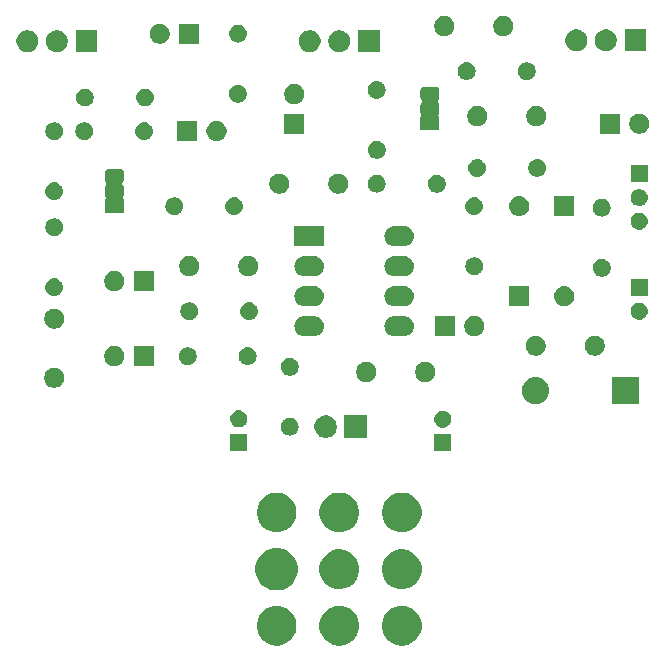
<source format=gbr>
G04 #@! TF.GenerationSoftware,KiCad,Pcbnew,(5.1.2-1)-1*
G04 #@! TF.CreationDate,2019-07-09T09:57:47-07:00*
G04 #@! TF.ProjectId,ProCoRat,50726f43-6f52-4617-942e-6b696361645f,1.0*
G04 #@! TF.SameCoordinates,Original*
G04 #@! TF.FileFunction,Soldermask,Bot*
G04 #@! TF.FilePolarity,Negative*
%FSLAX46Y46*%
G04 Gerber Fmt 4.6, Leading zero omitted, Abs format (unit mm)*
G04 Created by KiCad (PCBNEW (5.1.2-1)-1) date 2019-07-09 09:57:47*
%MOMM*%
%LPD*%
G04 APERTURE LIST*
%ADD10C,0.100000*%
G04 APERTURE END LIST*
D10*
G36*
X136436971Y-99930204D02*
G01*
X136598871Y-99962408D01*
X136903883Y-100088748D01*
X137178387Y-100272166D01*
X137411834Y-100505613D01*
X137595252Y-100780117D01*
X137721592Y-101085129D01*
X137786000Y-101408928D01*
X137786000Y-101739072D01*
X137721592Y-102062871D01*
X137595252Y-102367883D01*
X137411834Y-102642387D01*
X137178387Y-102875834D01*
X136903883Y-103059252D01*
X136598871Y-103185592D01*
X136436971Y-103217796D01*
X136275073Y-103250000D01*
X135944927Y-103250000D01*
X135783029Y-103217796D01*
X135621129Y-103185592D01*
X135316117Y-103059252D01*
X135041613Y-102875834D01*
X134808166Y-102642387D01*
X134624748Y-102367883D01*
X134498408Y-102062871D01*
X134434000Y-101739072D01*
X134434000Y-101408928D01*
X134498408Y-101085129D01*
X134624748Y-100780117D01*
X134808166Y-100505613D01*
X135041613Y-100272166D01*
X135316117Y-100088748D01*
X135621129Y-99962408D01*
X135783029Y-99930204D01*
X135944927Y-99898000D01*
X136275073Y-99898000D01*
X136436971Y-99930204D01*
X136436971Y-99930204D01*
G37*
G36*
X131136971Y-99930204D02*
G01*
X131298871Y-99962408D01*
X131603883Y-100088748D01*
X131878387Y-100272166D01*
X132111834Y-100505613D01*
X132295252Y-100780117D01*
X132421592Y-101085129D01*
X132486000Y-101408928D01*
X132486000Y-101739072D01*
X132421592Y-102062871D01*
X132295252Y-102367883D01*
X132111834Y-102642387D01*
X131878387Y-102875834D01*
X131603883Y-103059252D01*
X131298871Y-103185592D01*
X131136971Y-103217796D01*
X130975073Y-103250000D01*
X130644927Y-103250000D01*
X130483029Y-103217796D01*
X130321129Y-103185592D01*
X130016117Y-103059252D01*
X129741613Y-102875834D01*
X129508166Y-102642387D01*
X129324748Y-102367883D01*
X129198408Y-102062871D01*
X129134000Y-101739072D01*
X129134000Y-101408928D01*
X129198408Y-101085129D01*
X129324748Y-100780117D01*
X129508166Y-100505613D01*
X129741613Y-100272166D01*
X130016117Y-100088748D01*
X130321129Y-99962408D01*
X130483029Y-99930204D01*
X130644927Y-99898000D01*
X130975073Y-99898000D01*
X131136971Y-99930204D01*
X131136971Y-99930204D01*
G37*
G36*
X125836971Y-99930204D02*
G01*
X125998871Y-99962408D01*
X126303883Y-100088748D01*
X126578387Y-100272166D01*
X126811834Y-100505613D01*
X126995252Y-100780117D01*
X127121592Y-101085129D01*
X127186000Y-101408928D01*
X127186000Y-101739072D01*
X127121592Y-102062871D01*
X126995252Y-102367883D01*
X126811834Y-102642387D01*
X126578387Y-102875834D01*
X126303883Y-103059252D01*
X125998871Y-103185592D01*
X125836971Y-103217796D01*
X125675073Y-103250000D01*
X125344927Y-103250000D01*
X125183029Y-103217796D01*
X125021129Y-103185592D01*
X124716117Y-103059252D01*
X124441613Y-102875834D01*
X124208166Y-102642387D01*
X124024748Y-102367883D01*
X123898408Y-102062871D01*
X123834000Y-101739072D01*
X123834000Y-101408928D01*
X123898408Y-101085129D01*
X124024748Y-100780117D01*
X124208166Y-100505613D01*
X124441613Y-100272166D01*
X124716117Y-100088748D01*
X125021129Y-99962408D01*
X125183029Y-99930204D01*
X125344927Y-99898000D01*
X125675073Y-99898000D01*
X125836971Y-99930204D01*
X125836971Y-99930204D01*
G37*
G36*
X126035331Y-95042211D02*
G01*
X126363092Y-95177974D01*
X126658070Y-95375072D01*
X126908928Y-95625930D01*
X127106026Y-95920907D01*
X127241789Y-96248668D01*
X127311000Y-96596616D01*
X127311000Y-96951383D01*
X127241789Y-97299331D01*
X127106026Y-97627092D01*
X126908928Y-97922070D01*
X126658070Y-98172928D01*
X126363092Y-98370026D01*
X126035331Y-98505789D01*
X125687384Y-98575000D01*
X125332616Y-98575000D01*
X124984669Y-98505789D01*
X124656908Y-98370026D01*
X124361930Y-98172928D01*
X124111072Y-97922070D01*
X123913974Y-97627092D01*
X123778211Y-97299331D01*
X123709000Y-96951383D01*
X123709000Y-96596616D01*
X123778211Y-96248668D01*
X123913974Y-95920907D01*
X124111072Y-95625930D01*
X124361930Y-95375072D01*
X124656908Y-95177974D01*
X124984669Y-95042211D01*
X125332616Y-94973000D01*
X125687384Y-94973000D01*
X126035331Y-95042211D01*
X126035331Y-95042211D01*
G37*
G36*
X131136971Y-95130204D02*
G01*
X131298871Y-95162408D01*
X131603883Y-95288748D01*
X131878387Y-95472166D01*
X132111834Y-95705613D01*
X132295252Y-95980117D01*
X132421592Y-96285129D01*
X132486000Y-96608928D01*
X132486000Y-96939072D01*
X132421592Y-97262871D01*
X132295252Y-97567883D01*
X132111834Y-97842387D01*
X131878387Y-98075834D01*
X131603883Y-98259252D01*
X131298871Y-98385592D01*
X130975073Y-98450000D01*
X130644927Y-98450000D01*
X130483029Y-98417796D01*
X130321129Y-98385592D01*
X130016117Y-98259252D01*
X129741613Y-98075834D01*
X129508166Y-97842387D01*
X129324748Y-97567883D01*
X129198408Y-97262871D01*
X129134000Y-96939072D01*
X129134000Y-96608928D01*
X129198408Y-96285129D01*
X129324748Y-95980117D01*
X129508166Y-95705613D01*
X129741613Y-95472166D01*
X130016117Y-95288748D01*
X130321129Y-95162408D01*
X130644927Y-95098000D01*
X130975073Y-95098000D01*
X131136971Y-95130204D01*
X131136971Y-95130204D01*
G37*
G36*
X136436971Y-95130204D02*
G01*
X136598871Y-95162408D01*
X136903883Y-95288748D01*
X137178387Y-95472166D01*
X137411834Y-95705613D01*
X137595252Y-95980117D01*
X137721592Y-96285129D01*
X137786000Y-96608928D01*
X137786000Y-96939072D01*
X137721592Y-97262871D01*
X137595252Y-97567883D01*
X137411834Y-97842387D01*
X137178387Y-98075834D01*
X136903883Y-98259252D01*
X136598871Y-98385592D01*
X136275073Y-98450000D01*
X135944927Y-98450000D01*
X135783029Y-98417796D01*
X135621129Y-98385592D01*
X135316117Y-98259252D01*
X135041613Y-98075834D01*
X134808166Y-97842387D01*
X134624748Y-97567883D01*
X134498408Y-97262871D01*
X134434000Y-96939072D01*
X134434000Y-96608928D01*
X134498408Y-96285129D01*
X134624748Y-95980117D01*
X134808166Y-95705613D01*
X135041613Y-95472166D01*
X135316117Y-95288748D01*
X135621129Y-95162408D01*
X135944927Y-95098000D01*
X136275073Y-95098000D01*
X136436971Y-95130204D01*
X136436971Y-95130204D01*
G37*
G36*
X125836971Y-90330204D02*
G01*
X125998871Y-90362408D01*
X126303883Y-90488748D01*
X126578387Y-90672166D01*
X126811834Y-90905613D01*
X126995252Y-91180117D01*
X127121592Y-91485129D01*
X127186000Y-91808928D01*
X127186000Y-92139072D01*
X127121592Y-92462871D01*
X126995252Y-92767883D01*
X126811834Y-93042387D01*
X126578387Y-93275834D01*
X126303883Y-93459252D01*
X125998871Y-93585592D01*
X125836971Y-93617796D01*
X125675073Y-93650000D01*
X125344927Y-93650000D01*
X125183029Y-93617796D01*
X125021129Y-93585592D01*
X124716117Y-93459252D01*
X124441613Y-93275834D01*
X124208166Y-93042387D01*
X124024748Y-92767883D01*
X123898408Y-92462871D01*
X123834000Y-92139072D01*
X123834000Y-91808928D01*
X123898408Y-91485129D01*
X124024748Y-91180117D01*
X124208166Y-90905613D01*
X124441613Y-90672166D01*
X124716117Y-90488748D01*
X125021129Y-90362408D01*
X125183029Y-90330204D01*
X125344927Y-90298000D01*
X125675073Y-90298000D01*
X125836971Y-90330204D01*
X125836971Y-90330204D01*
G37*
G36*
X131136971Y-90330204D02*
G01*
X131298871Y-90362408D01*
X131603883Y-90488748D01*
X131878387Y-90672166D01*
X132111834Y-90905613D01*
X132295252Y-91180117D01*
X132421592Y-91485129D01*
X132486000Y-91808928D01*
X132486000Y-92139072D01*
X132421592Y-92462871D01*
X132295252Y-92767883D01*
X132111834Y-93042387D01*
X131878387Y-93275834D01*
X131603883Y-93459252D01*
X131298871Y-93585592D01*
X131136971Y-93617796D01*
X130975073Y-93650000D01*
X130644927Y-93650000D01*
X130483029Y-93617796D01*
X130321129Y-93585592D01*
X130016117Y-93459252D01*
X129741613Y-93275834D01*
X129508166Y-93042387D01*
X129324748Y-92767883D01*
X129198408Y-92462871D01*
X129134000Y-92139072D01*
X129134000Y-91808928D01*
X129198408Y-91485129D01*
X129324748Y-91180117D01*
X129508166Y-90905613D01*
X129741613Y-90672166D01*
X130016117Y-90488748D01*
X130321129Y-90362408D01*
X130483029Y-90330204D01*
X130644927Y-90298000D01*
X130975073Y-90298000D01*
X131136971Y-90330204D01*
X131136971Y-90330204D01*
G37*
G36*
X136436971Y-90330204D02*
G01*
X136598871Y-90362408D01*
X136903883Y-90488748D01*
X137178387Y-90672166D01*
X137411834Y-90905613D01*
X137595252Y-91180117D01*
X137721592Y-91485129D01*
X137786000Y-91808928D01*
X137786000Y-92139072D01*
X137721592Y-92462871D01*
X137595252Y-92767883D01*
X137411834Y-93042387D01*
X137178387Y-93275834D01*
X136903883Y-93459252D01*
X136598871Y-93585592D01*
X136436971Y-93617796D01*
X136275073Y-93650000D01*
X135944927Y-93650000D01*
X135783029Y-93617796D01*
X135621129Y-93585592D01*
X135316117Y-93459252D01*
X135041613Y-93275834D01*
X134808166Y-93042387D01*
X134624748Y-92767883D01*
X134498408Y-92462871D01*
X134434000Y-92139072D01*
X134434000Y-91808928D01*
X134498408Y-91485129D01*
X134624748Y-91180117D01*
X134808166Y-90905613D01*
X135041613Y-90672166D01*
X135316117Y-90488748D01*
X135621129Y-90362408D01*
X135783029Y-90330204D01*
X135944927Y-90298000D01*
X136275073Y-90298000D01*
X136436971Y-90330204D01*
X136436971Y-90330204D01*
G37*
G36*
X140299000Y-86800000D02*
G01*
X138847000Y-86800000D01*
X138847000Y-85348000D01*
X140299000Y-85348000D01*
X140299000Y-86800000D01*
X140299000Y-86800000D01*
G37*
G36*
X123027000Y-86768500D02*
G01*
X121575000Y-86768500D01*
X121575000Y-85316500D01*
X123027000Y-85316500D01*
X123027000Y-86768500D01*
X123027000Y-86768500D01*
G37*
G36*
X133158000Y-85660000D02*
G01*
X131256000Y-85660000D01*
X131256000Y-83758000D01*
X133158000Y-83758000D01*
X133158000Y-85660000D01*
X133158000Y-85660000D01*
G37*
G36*
X129944395Y-83794546D02*
G01*
X130117466Y-83866234D01*
X130117467Y-83866235D01*
X130273227Y-83970310D01*
X130405690Y-84102773D01*
X130405691Y-84102775D01*
X130509766Y-84258534D01*
X130581454Y-84431605D01*
X130618000Y-84615333D01*
X130618000Y-84802667D01*
X130581454Y-84986395D01*
X130509766Y-85159466D01*
X130509765Y-85159467D01*
X130405690Y-85315227D01*
X130273227Y-85447690D01*
X130194818Y-85500081D01*
X130117466Y-85551766D01*
X129944395Y-85623454D01*
X129760667Y-85660000D01*
X129573333Y-85660000D01*
X129389605Y-85623454D01*
X129216534Y-85551766D01*
X129139182Y-85500081D01*
X129060773Y-85447690D01*
X128928310Y-85315227D01*
X128824235Y-85159467D01*
X128824234Y-85159466D01*
X128752546Y-84986395D01*
X128716000Y-84802667D01*
X128716000Y-84615333D01*
X128752546Y-84431605D01*
X128824234Y-84258534D01*
X128928309Y-84102775D01*
X128928310Y-84102773D01*
X129060773Y-83970310D01*
X129216533Y-83866235D01*
X129216534Y-83866234D01*
X129389605Y-83794546D01*
X129573333Y-83758000D01*
X129760667Y-83758000D01*
X129944395Y-83794546D01*
X129944395Y-83794546D01*
G37*
G36*
X126692665Y-83961622D02*
G01*
X126766222Y-83968867D01*
X126907786Y-84011810D01*
X127038252Y-84081546D01*
X127068040Y-84105992D01*
X127152607Y-84175393D01*
X127220837Y-84258534D01*
X127246454Y-84289748D01*
X127316190Y-84420214D01*
X127359133Y-84561778D01*
X127373633Y-84709000D01*
X127359133Y-84856222D01*
X127316190Y-84997786D01*
X127246454Y-85128252D01*
X127222008Y-85158040D01*
X127152607Y-85242607D01*
X127068040Y-85312008D01*
X127038252Y-85336454D01*
X126907786Y-85406190D01*
X126766222Y-85449133D01*
X126692665Y-85456378D01*
X126655888Y-85460000D01*
X126582112Y-85460000D01*
X126545335Y-85456378D01*
X126471778Y-85449133D01*
X126330214Y-85406190D01*
X126199748Y-85336454D01*
X126169960Y-85312008D01*
X126085393Y-85242607D01*
X126015992Y-85158040D01*
X125991546Y-85128252D01*
X125921810Y-84997786D01*
X125878867Y-84856222D01*
X125864367Y-84709000D01*
X125878867Y-84561778D01*
X125921810Y-84420214D01*
X125991546Y-84289748D01*
X126017163Y-84258534D01*
X126085393Y-84175393D01*
X126169960Y-84105992D01*
X126199748Y-84081546D01*
X126330214Y-84011810D01*
X126471778Y-83968867D01*
X126545335Y-83961622D01*
X126582112Y-83958000D01*
X126655888Y-83958000D01*
X126692665Y-83961622D01*
X126692665Y-83961622D01*
G37*
G36*
X139644213Y-83351502D02*
G01*
X139715321Y-83358505D01*
X139852172Y-83400019D01*
X139852175Y-83400020D01*
X139978294Y-83467432D01*
X140088843Y-83558157D01*
X140179568Y-83668706D01*
X140246980Y-83794825D01*
X140246981Y-83794828D01*
X140288495Y-83931679D01*
X140302512Y-84074000D01*
X140288495Y-84216321D01*
X140246981Y-84353172D01*
X140246980Y-84353175D01*
X140179568Y-84479294D01*
X140088843Y-84589843D01*
X139978294Y-84680568D01*
X139852175Y-84747980D01*
X139852172Y-84747981D01*
X139715321Y-84789495D01*
X139644213Y-84796498D01*
X139608660Y-84800000D01*
X139537340Y-84800000D01*
X139501787Y-84796498D01*
X139430679Y-84789495D01*
X139293828Y-84747981D01*
X139293825Y-84747980D01*
X139167706Y-84680568D01*
X139057157Y-84589843D01*
X138966432Y-84479294D01*
X138899020Y-84353175D01*
X138899019Y-84353172D01*
X138857505Y-84216321D01*
X138843488Y-84074000D01*
X138857505Y-83931679D01*
X138899019Y-83794828D01*
X138899020Y-83794825D01*
X138966432Y-83668706D01*
X139057157Y-83558157D01*
X139167706Y-83467432D01*
X139293825Y-83400020D01*
X139293828Y-83400019D01*
X139430679Y-83358505D01*
X139501787Y-83351502D01*
X139537340Y-83348000D01*
X139608660Y-83348000D01*
X139644213Y-83351502D01*
X139644213Y-83351502D01*
G37*
G36*
X122372213Y-83320002D02*
G01*
X122443321Y-83327005D01*
X122580172Y-83368519D01*
X122580175Y-83368520D01*
X122706294Y-83435932D01*
X122816843Y-83526657D01*
X122907568Y-83637206D01*
X122974980Y-83763325D01*
X122974981Y-83763328D01*
X123016495Y-83900179D01*
X123030512Y-84042500D01*
X123016495Y-84184821D01*
X122974981Y-84321672D01*
X122974980Y-84321675D01*
X122907568Y-84447794D01*
X122816843Y-84558343D01*
X122706294Y-84649068D01*
X122580175Y-84716480D01*
X122580172Y-84716481D01*
X122443321Y-84757995D01*
X122372213Y-84764998D01*
X122336660Y-84768500D01*
X122265340Y-84768500D01*
X122229787Y-84764998D01*
X122158679Y-84757995D01*
X122021828Y-84716481D01*
X122021825Y-84716480D01*
X121895706Y-84649068D01*
X121785157Y-84558343D01*
X121694432Y-84447794D01*
X121627020Y-84321675D01*
X121627019Y-84321672D01*
X121585505Y-84184821D01*
X121571488Y-84042500D01*
X121585505Y-83900179D01*
X121627019Y-83763328D01*
X121627020Y-83763325D01*
X121694432Y-83637206D01*
X121785157Y-83526657D01*
X121895706Y-83435932D01*
X122021825Y-83368520D01*
X122021828Y-83368519D01*
X122158679Y-83327005D01*
X122229787Y-83320002D01*
X122265340Y-83316500D01*
X122336660Y-83316500D01*
X122372213Y-83320002D01*
X122372213Y-83320002D01*
G37*
G36*
X156218000Y-82812000D02*
G01*
X153916000Y-82812000D01*
X153916000Y-80510000D01*
X156218000Y-80510000D01*
X156218000Y-82812000D01*
X156218000Y-82812000D01*
G37*
G36*
X147616271Y-80521103D02*
G01*
X147672635Y-80526654D01*
X147889600Y-80592470D01*
X147889602Y-80592471D01*
X148089555Y-80699347D01*
X148264818Y-80843182D01*
X148408653Y-81018445D01*
X148456243Y-81107481D01*
X148515530Y-81218400D01*
X148581346Y-81435365D01*
X148581346Y-81435366D01*
X148603569Y-81661000D01*
X148581346Y-81886634D01*
X148515529Y-82103602D01*
X148408653Y-82303555D01*
X148264818Y-82478818D01*
X148089555Y-82622653D01*
X147889602Y-82729529D01*
X147889600Y-82729530D01*
X147672635Y-82795346D01*
X147616271Y-82800897D01*
X147503545Y-82812000D01*
X147390455Y-82812000D01*
X147277729Y-82800897D01*
X147221365Y-82795346D01*
X147004400Y-82729530D01*
X147004398Y-82729529D01*
X146804445Y-82622653D01*
X146629182Y-82478818D01*
X146485347Y-82303555D01*
X146378471Y-82103602D01*
X146312654Y-81886634D01*
X146290431Y-81661000D01*
X146312654Y-81435366D01*
X146312654Y-81435365D01*
X146378470Y-81218400D01*
X146437757Y-81107481D01*
X146485347Y-81018445D01*
X146629182Y-80843182D01*
X146804445Y-80699347D01*
X147004398Y-80592471D01*
X147004400Y-80592470D01*
X147221365Y-80526654D01*
X147277729Y-80521103D01*
X147390455Y-80510000D01*
X147503545Y-80510000D01*
X147616271Y-80521103D01*
X147616271Y-80521103D01*
G37*
G36*
X106928228Y-79746703D02*
G01*
X107083100Y-79810853D01*
X107222481Y-79903985D01*
X107341015Y-80022519D01*
X107434147Y-80161900D01*
X107498297Y-80316772D01*
X107531000Y-80481184D01*
X107531000Y-80648816D01*
X107498297Y-80813228D01*
X107434147Y-80968100D01*
X107341015Y-81107481D01*
X107222481Y-81226015D01*
X107083100Y-81319147D01*
X106928228Y-81383297D01*
X106763816Y-81416000D01*
X106596184Y-81416000D01*
X106431772Y-81383297D01*
X106276900Y-81319147D01*
X106137519Y-81226015D01*
X106018985Y-81107481D01*
X105925853Y-80968100D01*
X105861703Y-80813228D01*
X105829000Y-80648816D01*
X105829000Y-80481184D01*
X105861703Y-80316772D01*
X105925853Y-80161900D01*
X106018985Y-80022519D01*
X106137519Y-79903985D01*
X106276900Y-79810853D01*
X106431772Y-79746703D01*
X106596184Y-79714000D01*
X106763816Y-79714000D01*
X106928228Y-79746703D01*
X106928228Y-79746703D01*
G37*
G36*
X138344228Y-79255203D02*
G01*
X138499100Y-79319353D01*
X138638481Y-79412485D01*
X138757015Y-79531019D01*
X138850147Y-79670400D01*
X138914297Y-79825272D01*
X138947000Y-79989684D01*
X138947000Y-80157316D01*
X138914297Y-80321728D01*
X138850147Y-80476600D01*
X138757015Y-80615981D01*
X138638481Y-80734515D01*
X138499100Y-80827647D01*
X138344228Y-80891797D01*
X138179816Y-80924500D01*
X138012184Y-80924500D01*
X137847772Y-80891797D01*
X137692900Y-80827647D01*
X137553519Y-80734515D01*
X137434985Y-80615981D01*
X137341853Y-80476600D01*
X137277703Y-80321728D01*
X137245000Y-80157316D01*
X137245000Y-79989684D01*
X137277703Y-79825272D01*
X137341853Y-79670400D01*
X137434985Y-79531019D01*
X137553519Y-79412485D01*
X137692900Y-79319353D01*
X137847772Y-79255203D01*
X138012184Y-79222500D01*
X138179816Y-79222500D01*
X138344228Y-79255203D01*
X138344228Y-79255203D01*
G37*
G36*
X133344228Y-79255203D02*
G01*
X133499100Y-79319353D01*
X133638481Y-79412485D01*
X133757015Y-79531019D01*
X133850147Y-79670400D01*
X133914297Y-79825272D01*
X133947000Y-79989684D01*
X133947000Y-80157316D01*
X133914297Y-80321728D01*
X133850147Y-80476600D01*
X133757015Y-80615981D01*
X133638481Y-80734515D01*
X133499100Y-80827647D01*
X133344228Y-80891797D01*
X133179816Y-80924500D01*
X133012184Y-80924500D01*
X132847772Y-80891797D01*
X132692900Y-80827647D01*
X132553519Y-80734515D01*
X132434985Y-80615981D01*
X132341853Y-80476600D01*
X132277703Y-80321728D01*
X132245000Y-80157316D01*
X132245000Y-79989684D01*
X132277703Y-79825272D01*
X132341853Y-79670400D01*
X132434985Y-79531019D01*
X132553519Y-79412485D01*
X132692900Y-79319353D01*
X132847772Y-79255203D01*
X133012184Y-79222500D01*
X133179816Y-79222500D01*
X133344228Y-79255203D01*
X133344228Y-79255203D01*
G37*
G36*
X126838059Y-78906860D02*
G01*
X126974732Y-78963472D01*
X127097735Y-79045660D01*
X127202340Y-79150265D01*
X127284528Y-79273268D01*
X127284529Y-79273270D01*
X127341140Y-79409941D01*
X127370000Y-79555032D01*
X127370000Y-79702968D01*
X127361301Y-79746703D01*
X127341140Y-79848059D01*
X127284528Y-79984732D01*
X127202340Y-80107735D01*
X127097735Y-80212340D01*
X126974732Y-80294528D01*
X126974731Y-80294529D01*
X126974730Y-80294529D01*
X126838059Y-80351140D01*
X126692968Y-80380000D01*
X126545032Y-80380000D01*
X126399941Y-80351140D01*
X126263270Y-80294529D01*
X126263269Y-80294529D01*
X126263268Y-80294528D01*
X126140265Y-80212340D01*
X126035660Y-80107735D01*
X125953472Y-79984732D01*
X125896860Y-79848059D01*
X125876699Y-79746703D01*
X125868000Y-79702968D01*
X125868000Y-79555032D01*
X125896860Y-79409941D01*
X125953471Y-79273270D01*
X125953472Y-79273268D01*
X126035660Y-79150265D01*
X126140265Y-79045660D01*
X126263268Y-78963472D01*
X126399941Y-78906860D01*
X126545032Y-78878000D01*
X126692968Y-78878000D01*
X126838059Y-78906860D01*
X126838059Y-78906860D01*
G37*
G36*
X112008228Y-77921703D02*
G01*
X112163100Y-77985853D01*
X112302481Y-78078985D01*
X112421015Y-78197519D01*
X112514147Y-78336900D01*
X112578297Y-78491772D01*
X112611000Y-78656184D01*
X112611000Y-78823816D01*
X112578297Y-78988228D01*
X112514147Y-79143100D01*
X112421015Y-79282481D01*
X112302481Y-79401015D01*
X112163100Y-79494147D01*
X112008228Y-79558297D01*
X111843816Y-79591000D01*
X111676184Y-79591000D01*
X111511772Y-79558297D01*
X111356900Y-79494147D01*
X111217519Y-79401015D01*
X111098985Y-79282481D01*
X111005853Y-79143100D01*
X110941703Y-78988228D01*
X110909000Y-78823816D01*
X110909000Y-78656184D01*
X110941703Y-78491772D01*
X111005853Y-78336900D01*
X111098985Y-78197519D01*
X111217519Y-78078985D01*
X111356900Y-77985853D01*
X111511772Y-77921703D01*
X111676184Y-77889000D01*
X111843816Y-77889000D01*
X112008228Y-77921703D01*
X112008228Y-77921703D01*
G37*
G36*
X115111000Y-79591000D02*
G01*
X113409000Y-79591000D01*
X113409000Y-77889000D01*
X115111000Y-77889000D01*
X115111000Y-79591000D01*
X115111000Y-79591000D01*
G37*
G36*
X118202059Y-78017860D02*
G01*
X118262294Y-78042810D01*
X118338732Y-78074472D01*
X118461735Y-78156660D01*
X118566340Y-78261265D01*
X118648528Y-78384268D01*
X118648529Y-78384270D01*
X118705140Y-78520941D01*
X118721890Y-78605148D01*
X118734000Y-78666033D01*
X118734000Y-78813967D01*
X118705140Y-78959059D01*
X118648528Y-79095732D01*
X118566340Y-79218735D01*
X118461735Y-79323340D01*
X118338732Y-79405528D01*
X118338731Y-79405529D01*
X118338730Y-79405529D01*
X118202059Y-79462140D01*
X118056968Y-79491000D01*
X117909032Y-79491000D01*
X117763941Y-79462140D01*
X117627270Y-79405529D01*
X117627269Y-79405529D01*
X117627268Y-79405528D01*
X117504265Y-79323340D01*
X117399660Y-79218735D01*
X117317472Y-79095732D01*
X117260860Y-78959059D01*
X117232000Y-78813967D01*
X117232000Y-78666033D01*
X117244111Y-78605148D01*
X117260860Y-78520941D01*
X117317471Y-78384270D01*
X117317472Y-78384268D01*
X117399660Y-78261265D01*
X117504265Y-78156660D01*
X117627268Y-78074472D01*
X117703707Y-78042810D01*
X117763941Y-78017860D01*
X117909032Y-77989000D01*
X118056968Y-77989000D01*
X118202059Y-78017860D01*
X118202059Y-78017860D01*
G37*
G36*
X123136665Y-77992622D02*
G01*
X123210222Y-77999867D01*
X123351786Y-78042810D01*
X123482252Y-78112546D01*
X123512040Y-78136992D01*
X123596607Y-78206393D01*
X123666008Y-78290960D01*
X123690454Y-78320748D01*
X123760190Y-78451214D01*
X123803133Y-78592778D01*
X123817633Y-78740000D01*
X123803133Y-78887222D01*
X123760190Y-79028786D01*
X123690454Y-79159252D01*
X123666008Y-79189040D01*
X123596607Y-79273607D01*
X123536004Y-79323341D01*
X123482252Y-79367454D01*
X123482250Y-79367455D01*
X123398006Y-79412485D01*
X123351786Y-79437190D01*
X123210222Y-79480133D01*
X123136665Y-79487378D01*
X123099888Y-79491000D01*
X123026112Y-79491000D01*
X122989335Y-79487378D01*
X122915778Y-79480133D01*
X122774214Y-79437190D01*
X122727995Y-79412485D01*
X122643750Y-79367455D01*
X122643748Y-79367454D01*
X122589996Y-79323341D01*
X122529393Y-79273607D01*
X122459992Y-79189040D01*
X122435546Y-79159252D01*
X122365810Y-79028786D01*
X122322867Y-78887222D01*
X122308367Y-78740000D01*
X122322867Y-78592778D01*
X122365810Y-78451214D01*
X122435546Y-78320748D01*
X122459992Y-78290960D01*
X122529393Y-78206393D01*
X122613960Y-78136992D01*
X122643748Y-78112546D01*
X122774214Y-78042810D01*
X122915778Y-77999867D01*
X122989335Y-77992622D01*
X123026112Y-77989000D01*
X123099888Y-77989000D01*
X123136665Y-77992622D01*
X123136665Y-77992622D01*
G37*
G36*
X152695228Y-77032703D02*
G01*
X152850100Y-77096853D01*
X152989481Y-77189985D01*
X153108015Y-77308519D01*
X153201147Y-77447900D01*
X153265297Y-77602772D01*
X153298000Y-77767184D01*
X153298000Y-77934816D01*
X153265297Y-78099228D01*
X153201147Y-78254100D01*
X153108015Y-78393481D01*
X152989481Y-78512015D01*
X152850100Y-78605147D01*
X152695228Y-78669297D01*
X152530816Y-78702000D01*
X152363184Y-78702000D01*
X152198772Y-78669297D01*
X152043900Y-78605147D01*
X151904519Y-78512015D01*
X151785985Y-78393481D01*
X151692853Y-78254100D01*
X151628703Y-78099228D01*
X151596000Y-77934816D01*
X151596000Y-77767184D01*
X151628703Y-77602772D01*
X151692853Y-77447900D01*
X151785985Y-77308519D01*
X151904519Y-77189985D01*
X152043900Y-77096853D01*
X152198772Y-77032703D01*
X152363184Y-77000000D01*
X152530816Y-77000000D01*
X152695228Y-77032703D01*
X152695228Y-77032703D01*
G37*
G36*
X147695228Y-77032703D02*
G01*
X147850100Y-77096853D01*
X147989481Y-77189985D01*
X148108015Y-77308519D01*
X148201147Y-77447900D01*
X148265297Y-77602772D01*
X148298000Y-77767184D01*
X148298000Y-77934816D01*
X148265297Y-78099228D01*
X148201147Y-78254100D01*
X148108015Y-78393481D01*
X147989481Y-78512015D01*
X147850100Y-78605147D01*
X147695228Y-78669297D01*
X147530816Y-78702000D01*
X147363184Y-78702000D01*
X147198772Y-78669297D01*
X147043900Y-78605147D01*
X146904519Y-78512015D01*
X146785985Y-78393481D01*
X146692853Y-78254100D01*
X146628703Y-78099228D01*
X146596000Y-77934816D01*
X146596000Y-77767184D01*
X146628703Y-77602772D01*
X146692853Y-77447900D01*
X146785985Y-77308519D01*
X146904519Y-77189985D01*
X147043900Y-77096853D01*
X147198772Y-77032703D01*
X147363184Y-77000000D01*
X147530816Y-77000000D01*
X147695228Y-77032703D01*
X147695228Y-77032703D01*
G37*
G36*
X136456823Y-75361313D02*
G01*
X136587380Y-75400917D01*
X136613145Y-75408733D01*
X136617242Y-75409976D01*
X136717578Y-75463607D01*
X136765078Y-75488996D01*
X136894659Y-75595341D01*
X137001004Y-75724922D01*
X137001005Y-75724924D01*
X137080024Y-75872758D01*
X137128687Y-76033177D01*
X137145117Y-76200000D01*
X137128687Y-76366823D01*
X137080024Y-76527242D01*
X137039477Y-76603100D01*
X137001004Y-76675078D01*
X136894659Y-76804659D01*
X136765078Y-76911004D01*
X136765076Y-76911005D01*
X136617242Y-76990024D01*
X136456823Y-77038687D01*
X136331804Y-77051000D01*
X135448196Y-77051000D01*
X135323177Y-77038687D01*
X135162758Y-76990024D01*
X135014924Y-76911005D01*
X135014922Y-76911004D01*
X134885341Y-76804659D01*
X134778996Y-76675078D01*
X134740523Y-76603100D01*
X134699976Y-76527242D01*
X134651313Y-76366823D01*
X134634883Y-76200000D01*
X134651313Y-76033177D01*
X134699976Y-75872758D01*
X134778995Y-75724924D01*
X134778996Y-75724922D01*
X134885341Y-75595341D01*
X135014922Y-75488996D01*
X135062422Y-75463607D01*
X135162758Y-75409976D01*
X135166856Y-75408733D01*
X135192620Y-75400917D01*
X135323177Y-75361313D01*
X135448196Y-75349000D01*
X136331804Y-75349000D01*
X136456823Y-75361313D01*
X136456823Y-75361313D01*
G37*
G36*
X142488228Y-75381703D02*
G01*
X142643100Y-75445853D01*
X142782481Y-75538985D01*
X142901015Y-75657519D01*
X142994147Y-75796900D01*
X143058297Y-75951772D01*
X143091000Y-76116184D01*
X143091000Y-76283816D01*
X143058297Y-76448228D01*
X142994147Y-76603100D01*
X142901015Y-76742481D01*
X142782481Y-76861015D01*
X142643100Y-76954147D01*
X142488228Y-77018297D01*
X142323816Y-77051000D01*
X142156184Y-77051000D01*
X141991772Y-77018297D01*
X141836900Y-76954147D01*
X141697519Y-76861015D01*
X141578985Y-76742481D01*
X141485853Y-76603100D01*
X141421703Y-76448228D01*
X141389000Y-76283816D01*
X141389000Y-76116184D01*
X141421703Y-75951772D01*
X141485853Y-75796900D01*
X141578985Y-75657519D01*
X141697519Y-75538985D01*
X141836900Y-75445853D01*
X141991772Y-75381703D01*
X142156184Y-75349000D01*
X142323816Y-75349000D01*
X142488228Y-75381703D01*
X142488228Y-75381703D01*
G37*
G36*
X140591000Y-77051000D02*
G01*
X138889000Y-77051000D01*
X138889000Y-75349000D01*
X140591000Y-75349000D01*
X140591000Y-77051000D01*
X140591000Y-77051000D01*
G37*
G36*
X128836823Y-75361313D02*
G01*
X128967380Y-75400917D01*
X128993145Y-75408733D01*
X128997242Y-75409976D01*
X129097578Y-75463607D01*
X129145078Y-75488996D01*
X129274659Y-75595341D01*
X129381004Y-75724922D01*
X129381005Y-75724924D01*
X129460024Y-75872758D01*
X129508687Y-76033177D01*
X129525117Y-76200000D01*
X129508687Y-76366823D01*
X129460024Y-76527242D01*
X129419477Y-76603100D01*
X129381004Y-76675078D01*
X129274659Y-76804659D01*
X129145078Y-76911004D01*
X129145076Y-76911005D01*
X128997242Y-76990024D01*
X128836823Y-77038687D01*
X128711804Y-77051000D01*
X127828196Y-77051000D01*
X127703177Y-77038687D01*
X127542758Y-76990024D01*
X127394924Y-76911005D01*
X127394922Y-76911004D01*
X127265341Y-76804659D01*
X127158996Y-76675078D01*
X127120523Y-76603100D01*
X127079976Y-76527242D01*
X127031313Y-76366823D01*
X127014883Y-76200000D01*
X127031313Y-76033177D01*
X127079976Y-75872758D01*
X127158995Y-75724924D01*
X127158996Y-75724922D01*
X127265341Y-75595341D01*
X127394922Y-75488996D01*
X127442422Y-75463607D01*
X127542758Y-75409976D01*
X127546856Y-75408733D01*
X127572620Y-75400917D01*
X127703177Y-75361313D01*
X127828196Y-75349000D01*
X128711804Y-75349000D01*
X128836823Y-75361313D01*
X128836823Y-75361313D01*
G37*
G36*
X106928228Y-74746703D02*
G01*
X107083100Y-74810853D01*
X107222481Y-74903985D01*
X107341015Y-75022519D01*
X107434147Y-75161900D01*
X107498297Y-75316772D01*
X107531000Y-75481184D01*
X107531000Y-75648816D01*
X107498297Y-75813228D01*
X107434147Y-75968100D01*
X107341015Y-76107481D01*
X107222481Y-76226015D01*
X107083100Y-76319147D01*
X106928228Y-76383297D01*
X106763816Y-76416000D01*
X106596184Y-76416000D01*
X106431772Y-76383297D01*
X106276900Y-76319147D01*
X106137519Y-76226015D01*
X106018985Y-76107481D01*
X105925853Y-75968100D01*
X105861703Y-75813228D01*
X105829000Y-75648816D01*
X105829000Y-75481184D01*
X105861703Y-75316772D01*
X105925853Y-75161900D01*
X106018985Y-75022519D01*
X106137519Y-74903985D01*
X106276900Y-74810853D01*
X106431772Y-74746703D01*
X106596184Y-74714000D01*
X106763816Y-74714000D01*
X106928228Y-74746703D01*
X106928228Y-74746703D01*
G37*
G36*
X123263665Y-74182622D02*
G01*
X123337222Y-74189867D01*
X123478786Y-74232810D01*
X123609252Y-74302546D01*
X123634702Y-74323432D01*
X123723607Y-74396393D01*
X123793008Y-74480960D01*
X123817454Y-74510748D01*
X123887190Y-74641214D01*
X123930133Y-74782778D01*
X123944633Y-74930000D01*
X123930133Y-75077222D01*
X123887190Y-75218786D01*
X123817454Y-75349252D01*
X123807555Y-75361314D01*
X123723607Y-75463607D01*
X123663004Y-75513341D01*
X123609252Y-75557454D01*
X123478786Y-75627190D01*
X123337222Y-75670133D01*
X123263665Y-75677378D01*
X123226888Y-75681000D01*
X123153112Y-75681000D01*
X123116335Y-75677378D01*
X123042778Y-75670133D01*
X122901214Y-75627190D01*
X122770748Y-75557454D01*
X122716996Y-75513341D01*
X122656393Y-75463607D01*
X122572445Y-75361314D01*
X122562546Y-75349252D01*
X122492810Y-75218786D01*
X122449867Y-75077222D01*
X122435367Y-74930000D01*
X122449867Y-74782778D01*
X122492810Y-74641214D01*
X122562546Y-74510748D01*
X122586992Y-74480960D01*
X122656393Y-74396393D01*
X122745298Y-74323432D01*
X122770748Y-74302546D01*
X122901214Y-74232810D01*
X123042778Y-74189867D01*
X123116335Y-74182622D01*
X123153112Y-74179000D01*
X123226888Y-74179000D01*
X123263665Y-74182622D01*
X123263665Y-74182622D01*
G37*
G36*
X118329059Y-74207860D02*
G01*
X118389294Y-74232810D01*
X118465732Y-74264472D01*
X118588735Y-74346660D01*
X118693340Y-74451265D01*
X118775528Y-74574268D01*
X118832140Y-74710941D01*
X118861000Y-74856033D01*
X118861000Y-75003967D01*
X118832140Y-75149059D01*
X118775528Y-75285732D01*
X118693340Y-75408735D01*
X118588735Y-75513340D01*
X118465732Y-75595528D01*
X118465731Y-75595529D01*
X118465730Y-75595529D01*
X118329059Y-75652140D01*
X118183968Y-75681000D01*
X118036032Y-75681000D01*
X117890941Y-75652140D01*
X117754270Y-75595529D01*
X117754269Y-75595529D01*
X117754268Y-75595528D01*
X117631265Y-75513340D01*
X117526660Y-75408735D01*
X117444472Y-75285732D01*
X117387860Y-75149059D01*
X117359000Y-75003967D01*
X117359000Y-74856033D01*
X117387860Y-74710941D01*
X117444472Y-74574268D01*
X117526660Y-74451265D01*
X117631265Y-74346660D01*
X117754268Y-74264472D01*
X117830707Y-74232810D01*
X117890941Y-74207860D01*
X118036032Y-74179000D01*
X118183968Y-74179000D01*
X118329059Y-74207860D01*
X118329059Y-74207860D01*
G37*
G36*
X156281213Y-74207502D02*
G01*
X156352321Y-74214505D01*
X156489172Y-74256019D01*
X156489175Y-74256020D01*
X156615294Y-74323432D01*
X156725843Y-74414157D01*
X156816568Y-74524706D01*
X156883980Y-74650825D01*
X156883981Y-74650828D01*
X156925495Y-74787679D01*
X156939512Y-74930000D01*
X156925495Y-75072321D01*
X156924008Y-75077222D01*
X156883980Y-75209175D01*
X156816568Y-75335294D01*
X156725843Y-75445843D01*
X156615294Y-75536568D01*
X156489175Y-75603980D01*
X156489172Y-75603981D01*
X156352321Y-75645495D01*
X156284851Y-75652140D01*
X156245660Y-75656000D01*
X156174340Y-75656000D01*
X156135149Y-75652140D01*
X156067679Y-75645495D01*
X155930828Y-75603981D01*
X155930825Y-75603980D01*
X155804706Y-75536568D01*
X155694157Y-75445843D01*
X155603432Y-75335294D01*
X155536020Y-75209175D01*
X155495992Y-75077222D01*
X155494505Y-75072321D01*
X155480488Y-74930000D01*
X155494505Y-74787679D01*
X155536019Y-74650828D01*
X155536020Y-74650825D01*
X155603432Y-74524706D01*
X155694157Y-74414157D01*
X155804706Y-74323432D01*
X155930825Y-74256020D01*
X155930828Y-74256019D01*
X156067679Y-74214505D01*
X156138787Y-74207502D01*
X156174340Y-74204000D01*
X156245660Y-74204000D01*
X156281213Y-74207502D01*
X156281213Y-74207502D01*
G37*
G36*
X146901000Y-74511000D02*
G01*
X145199000Y-74511000D01*
X145199000Y-72809000D01*
X146901000Y-72809000D01*
X146901000Y-74511000D01*
X146901000Y-74511000D01*
G37*
G36*
X136456823Y-72821313D02*
G01*
X136617242Y-72869976D01*
X136749906Y-72940886D01*
X136765078Y-72948996D01*
X136894659Y-73055341D01*
X137001004Y-73184922D01*
X137001005Y-73184924D01*
X137080024Y-73332758D01*
X137128687Y-73493177D01*
X137145117Y-73660000D01*
X137128687Y-73826823D01*
X137080024Y-73987242D01*
X137009114Y-74119906D01*
X137001004Y-74135078D01*
X136894659Y-74264659D01*
X136765078Y-74371004D01*
X136765076Y-74371005D01*
X136617242Y-74450024D01*
X136617239Y-74450025D01*
X136587380Y-74459083D01*
X136456823Y-74498687D01*
X136331804Y-74511000D01*
X135448196Y-74511000D01*
X135323177Y-74498687D01*
X135192620Y-74459083D01*
X135162761Y-74450025D01*
X135162758Y-74450024D01*
X135014924Y-74371005D01*
X135014922Y-74371004D01*
X134885341Y-74264659D01*
X134778996Y-74135078D01*
X134770886Y-74119906D01*
X134699976Y-73987242D01*
X134651313Y-73826823D01*
X134634883Y-73660000D01*
X134651313Y-73493177D01*
X134699976Y-73332758D01*
X134778995Y-73184924D01*
X134778996Y-73184922D01*
X134885341Y-73055341D01*
X135014922Y-72948996D01*
X135030094Y-72940886D01*
X135162758Y-72869976D01*
X135323177Y-72821313D01*
X135448196Y-72809000D01*
X136331804Y-72809000D01*
X136456823Y-72821313D01*
X136456823Y-72821313D01*
G37*
G36*
X128836823Y-72821313D02*
G01*
X128997242Y-72869976D01*
X129129906Y-72940886D01*
X129145078Y-72948996D01*
X129274659Y-73055341D01*
X129381004Y-73184922D01*
X129381005Y-73184924D01*
X129460024Y-73332758D01*
X129508687Y-73493177D01*
X129525117Y-73660000D01*
X129508687Y-73826823D01*
X129460024Y-73987242D01*
X129389114Y-74119906D01*
X129381004Y-74135078D01*
X129274659Y-74264659D01*
X129145078Y-74371004D01*
X129145076Y-74371005D01*
X128997242Y-74450024D01*
X128997239Y-74450025D01*
X128967380Y-74459083D01*
X128836823Y-74498687D01*
X128711804Y-74511000D01*
X127828196Y-74511000D01*
X127703177Y-74498687D01*
X127572620Y-74459083D01*
X127542761Y-74450025D01*
X127542758Y-74450024D01*
X127394924Y-74371005D01*
X127394922Y-74371004D01*
X127265341Y-74264659D01*
X127158996Y-74135078D01*
X127150886Y-74119906D01*
X127079976Y-73987242D01*
X127031313Y-73826823D01*
X127014883Y-73660000D01*
X127031313Y-73493177D01*
X127079976Y-73332758D01*
X127158995Y-73184924D01*
X127158996Y-73184922D01*
X127265341Y-73055341D01*
X127394922Y-72948996D01*
X127410094Y-72940886D01*
X127542758Y-72869976D01*
X127703177Y-72821313D01*
X127828196Y-72809000D01*
X128711804Y-72809000D01*
X128836823Y-72821313D01*
X128836823Y-72821313D01*
G37*
G36*
X150026823Y-72821313D02*
G01*
X150187242Y-72869976D01*
X150319906Y-72940886D01*
X150335078Y-72948996D01*
X150464659Y-73055341D01*
X150571004Y-73184922D01*
X150571005Y-73184924D01*
X150650024Y-73332758D01*
X150698687Y-73493177D01*
X150715117Y-73660000D01*
X150698687Y-73826823D01*
X150650024Y-73987242D01*
X150579114Y-74119906D01*
X150571004Y-74135078D01*
X150464659Y-74264659D01*
X150335078Y-74371004D01*
X150335076Y-74371005D01*
X150187242Y-74450024D01*
X150187239Y-74450025D01*
X150157380Y-74459083D01*
X150026823Y-74498687D01*
X149901804Y-74511000D01*
X149818196Y-74511000D01*
X149693177Y-74498687D01*
X149562620Y-74459083D01*
X149532761Y-74450025D01*
X149532758Y-74450024D01*
X149384924Y-74371005D01*
X149384922Y-74371004D01*
X149255341Y-74264659D01*
X149148996Y-74135078D01*
X149140886Y-74119906D01*
X149069976Y-73987242D01*
X149021313Y-73826823D01*
X149004883Y-73660000D01*
X149021313Y-73493177D01*
X149069976Y-73332758D01*
X149148995Y-73184924D01*
X149148996Y-73184922D01*
X149255341Y-73055341D01*
X149384922Y-72948996D01*
X149400094Y-72940886D01*
X149532758Y-72869976D01*
X149693177Y-72821313D01*
X149818196Y-72809000D01*
X149901804Y-72809000D01*
X150026823Y-72821313D01*
X150026823Y-72821313D01*
G37*
G36*
X156936000Y-73656000D02*
G01*
X155484000Y-73656000D01*
X155484000Y-72204000D01*
X156936000Y-72204000D01*
X156936000Y-73656000D01*
X156936000Y-73656000D01*
G37*
G36*
X106753665Y-72150622D02*
G01*
X106827222Y-72157867D01*
X106968786Y-72200810D01*
X107099252Y-72270546D01*
X107129040Y-72294992D01*
X107213607Y-72364393D01*
X107283008Y-72448960D01*
X107307454Y-72478748D01*
X107377190Y-72609214D01*
X107420133Y-72750778D01*
X107434633Y-72898000D01*
X107420133Y-73045222D01*
X107377190Y-73186786D01*
X107307454Y-73317252D01*
X107294726Y-73332761D01*
X107213607Y-73431607D01*
X107138584Y-73493175D01*
X107099252Y-73525454D01*
X106968786Y-73595190D01*
X106827222Y-73638133D01*
X106753665Y-73645378D01*
X106716888Y-73649000D01*
X106643112Y-73649000D01*
X106606335Y-73645378D01*
X106532778Y-73638133D01*
X106391214Y-73595190D01*
X106260748Y-73525454D01*
X106221416Y-73493175D01*
X106146393Y-73431607D01*
X106065274Y-73332761D01*
X106052546Y-73317252D01*
X105982810Y-73186786D01*
X105939867Y-73045222D01*
X105925367Y-72898000D01*
X105939867Y-72750778D01*
X105982810Y-72609214D01*
X106052546Y-72478748D01*
X106076992Y-72448960D01*
X106146393Y-72364393D01*
X106230960Y-72294992D01*
X106260748Y-72270546D01*
X106391214Y-72200810D01*
X106532778Y-72157867D01*
X106606335Y-72150622D01*
X106643112Y-72147000D01*
X106716888Y-72147000D01*
X106753665Y-72150622D01*
X106753665Y-72150622D01*
G37*
G36*
X115111000Y-73241000D02*
G01*
X113409000Y-73241000D01*
X113409000Y-71539000D01*
X115111000Y-71539000D01*
X115111000Y-73241000D01*
X115111000Y-73241000D01*
G37*
G36*
X112008228Y-71571703D02*
G01*
X112163100Y-71635853D01*
X112302481Y-71728985D01*
X112421015Y-71847519D01*
X112514147Y-71986900D01*
X112578297Y-72141772D01*
X112611000Y-72306184D01*
X112611000Y-72473816D01*
X112578297Y-72638228D01*
X112514147Y-72793100D01*
X112421015Y-72932481D01*
X112302481Y-73051015D01*
X112163100Y-73144147D01*
X112008228Y-73208297D01*
X111843816Y-73241000D01*
X111676184Y-73241000D01*
X111511772Y-73208297D01*
X111356900Y-73144147D01*
X111217519Y-73051015D01*
X111098985Y-72932481D01*
X111005853Y-72793100D01*
X110941703Y-72638228D01*
X110909000Y-72473816D01*
X110909000Y-72306184D01*
X110941703Y-72141772D01*
X111005853Y-71986900D01*
X111098985Y-71847519D01*
X111217519Y-71728985D01*
X111356900Y-71635853D01*
X111511772Y-71571703D01*
X111676184Y-71539000D01*
X111843816Y-71539000D01*
X112008228Y-71571703D01*
X112008228Y-71571703D01*
G37*
G36*
X153206203Y-70515341D02*
G01*
X153254059Y-70524860D01*
X153390732Y-70581472D01*
X153513735Y-70663660D01*
X153618340Y-70768265D01*
X153687501Y-70871772D01*
X153700529Y-70891270D01*
X153757140Y-71027941D01*
X153786000Y-71173032D01*
X153786000Y-71320968D01*
X153757140Y-71466059D01*
X153702185Y-71598733D01*
X153700528Y-71602732D01*
X153618340Y-71725735D01*
X153513735Y-71830340D01*
X153390732Y-71912528D01*
X153390731Y-71912529D01*
X153390730Y-71912529D01*
X153254059Y-71969140D01*
X153108968Y-71998000D01*
X152961032Y-71998000D01*
X152815941Y-71969140D01*
X152679270Y-71912529D01*
X152679269Y-71912529D01*
X152679268Y-71912528D01*
X152556265Y-71830340D01*
X152451660Y-71725735D01*
X152369472Y-71602732D01*
X152367816Y-71598733D01*
X152312860Y-71466059D01*
X152284000Y-71320968D01*
X152284000Y-71173032D01*
X152312860Y-71027941D01*
X152369471Y-70891270D01*
X152382499Y-70871772D01*
X152451660Y-70768265D01*
X152556265Y-70663660D01*
X152679268Y-70581472D01*
X152815941Y-70524860D01*
X152863797Y-70515341D01*
X152961032Y-70496000D01*
X153108968Y-70496000D01*
X153206203Y-70515341D01*
X153206203Y-70515341D01*
G37*
G36*
X128836823Y-70281313D02*
G01*
X128997242Y-70329976D01*
X129124244Y-70397860D01*
X129145078Y-70408996D01*
X129274659Y-70515341D01*
X129381004Y-70644922D01*
X129381005Y-70644924D01*
X129460024Y-70792758D01*
X129508687Y-70953177D01*
X129525117Y-71120000D01*
X129508687Y-71286823D01*
X129460024Y-71447242D01*
X129419477Y-71523100D01*
X129381004Y-71595078D01*
X129274659Y-71724659D01*
X129145078Y-71831004D01*
X129145076Y-71831005D01*
X128997242Y-71910024D01*
X128997239Y-71910025D01*
X128988984Y-71912529D01*
X128836823Y-71958687D01*
X128711804Y-71971000D01*
X127828196Y-71971000D01*
X127703177Y-71958687D01*
X127551016Y-71912529D01*
X127542761Y-71910025D01*
X127542758Y-71910024D01*
X127394924Y-71831005D01*
X127394922Y-71831004D01*
X127265341Y-71724659D01*
X127158996Y-71595078D01*
X127120523Y-71523100D01*
X127079976Y-71447242D01*
X127031313Y-71286823D01*
X127014883Y-71120000D01*
X127031313Y-70953177D01*
X127079976Y-70792758D01*
X127158995Y-70644924D01*
X127158996Y-70644922D01*
X127265341Y-70515341D01*
X127394922Y-70408996D01*
X127415756Y-70397860D01*
X127542758Y-70329976D01*
X127703177Y-70281313D01*
X127828196Y-70269000D01*
X128711804Y-70269000D01*
X128836823Y-70281313D01*
X128836823Y-70281313D01*
G37*
G36*
X136456823Y-70281313D02*
G01*
X136617242Y-70329976D01*
X136744244Y-70397860D01*
X136765078Y-70408996D01*
X136894659Y-70515341D01*
X137001004Y-70644922D01*
X137001005Y-70644924D01*
X137080024Y-70792758D01*
X137128687Y-70953177D01*
X137145117Y-71120000D01*
X137128687Y-71286823D01*
X137080024Y-71447242D01*
X137039477Y-71523100D01*
X137001004Y-71595078D01*
X136894659Y-71724659D01*
X136765078Y-71831004D01*
X136765076Y-71831005D01*
X136617242Y-71910024D01*
X136617239Y-71910025D01*
X136608984Y-71912529D01*
X136456823Y-71958687D01*
X136331804Y-71971000D01*
X135448196Y-71971000D01*
X135323177Y-71958687D01*
X135171016Y-71912529D01*
X135162761Y-71910025D01*
X135162758Y-71910024D01*
X135014924Y-71831005D01*
X135014922Y-71831004D01*
X134885341Y-71724659D01*
X134778996Y-71595078D01*
X134740523Y-71523100D01*
X134699976Y-71447242D01*
X134651313Y-71286823D01*
X134634883Y-71120000D01*
X134651313Y-70953177D01*
X134699976Y-70792758D01*
X134778995Y-70644924D01*
X134778996Y-70644922D01*
X134885341Y-70515341D01*
X135014922Y-70408996D01*
X135035756Y-70397860D01*
X135162758Y-70329976D01*
X135323177Y-70281313D01*
X135448196Y-70269000D01*
X136331804Y-70269000D01*
X136456823Y-70281313D01*
X136456823Y-70281313D01*
G37*
G36*
X118358228Y-70301703D02*
G01*
X118513100Y-70365853D01*
X118652481Y-70458985D01*
X118771015Y-70577519D01*
X118864147Y-70716900D01*
X118928297Y-70871772D01*
X118961000Y-71036184D01*
X118961000Y-71203816D01*
X118928297Y-71368228D01*
X118864147Y-71523100D01*
X118771015Y-71662481D01*
X118652481Y-71781015D01*
X118513100Y-71874147D01*
X118358228Y-71938297D01*
X118193816Y-71971000D01*
X118026184Y-71971000D01*
X117861772Y-71938297D01*
X117706900Y-71874147D01*
X117567519Y-71781015D01*
X117448985Y-71662481D01*
X117355853Y-71523100D01*
X117291703Y-71368228D01*
X117259000Y-71203816D01*
X117259000Y-71036184D01*
X117291703Y-70871772D01*
X117355853Y-70716900D01*
X117448985Y-70577519D01*
X117567519Y-70458985D01*
X117706900Y-70365853D01*
X117861772Y-70301703D01*
X118026184Y-70269000D01*
X118193816Y-70269000D01*
X118358228Y-70301703D01*
X118358228Y-70301703D01*
G37*
G36*
X123358228Y-70301703D02*
G01*
X123513100Y-70365853D01*
X123652481Y-70458985D01*
X123771015Y-70577519D01*
X123864147Y-70716900D01*
X123928297Y-70871772D01*
X123961000Y-71036184D01*
X123961000Y-71203816D01*
X123928297Y-71368228D01*
X123864147Y-71523100D01*
X123771015Y-71662481D01*
X123652481Y-71781015D01*
X123513100Y-71874147D01*
X123358228Y-71938297D01*
X123193816Y-71971000D01*
X123026184Y-71971000D01*
X122861772Y-71938297D01*
X122706900Y-71874147D01*
X122567519Y-71781015D01*
X122448985Y-71662481D01*
X122355853Y-71523100D01*
X122291703Y-71368228D01*
X122259000Y-71203816D01*
X122259000Y-71036184D01*
X122291703Y-70871772D01*
X122355853Y-70716900D01*
X122448985Y-70577519D01*
X122567519Y-70458985D01*
X122706900Y-70365853D01*
X122861772Y-70301703D01*
X123026184Y-70269000D01*
X123193816Y-70269000D01*
X123358228Y-70301703D01*
X123358228Y-70301703D01*
G37*
G36*
X142459059Y-70397860D02*
G01*
X142595732Y-70454472D01*
X142718735Y-70536660D01*
X142823340Y-70641265D01*
X142905528Y-70764268D01*
X142905529Y-70764270D01*
X142962140Y-70900941D01*
X142987402Y-71027941D01*
X142991000Y-71046033D01*
X142991000Y-71193967D01*
X142962140Y-71339059D01*
X142905528Y-71475732D01*
X142823340Y-71598735D01*
X142718735Y-71703340D01*
X142595732Y-71785528D01*
X142595731Y-71785529D01*
X142595730Y-71785529D01*
X142459059Y-71842140D01*
X142313968Y-71871000D01*
X142166032Y-71871000D01*
X142020941Y-71842140D01*
X141884270Y-71785529D01*
X141884269Y-71785529D01*
X141884268Y-71785528D01*
X141761265Y-71703340D01*
X141656660Y-71598735D01*
X141574472Y-71475732D01*
X141517860Y-71339059D01*
X141489000Y-71193967D01*
X141489000Y-71046033D01*
X141492599Y-71027941D01*
X141517860Y-70900941D01*
X141574471Y-70764270D01*
X141574472Y-70764268D01*
X141656660Y-70641265D01*
X141761265Y-70536660D01*
X141884268Y-70454472D01*
X142020941Y-70397860D01*
X142166032Y-70369000D01*
X142313968Y-70369000D01*
X142459059Y-70397860D01*
X142459059Y-70397860D01*
G37*
G36*
X136456823Y-67741313D02*
G01*
X136617242Y-67789976D01*
X136684344Y-67825843D01*
X136765078Y-67868996D01*
X136894659Y-67975341D01*
X137001004Y-68104922D01*
X137001005Y-68104924D01*
X137080024Y-68252758D01*
X137128687Y-68413177D01*
X137145117Y-68580000D01*
X137128687Y-68746823D01*
X137080024Y-68907242D01*
X137009114Y-69039906D01*
X137001004Y-69055078D01*
X136894659Y-69184659D01*
X136765078Y-69291004D01*
X136765076Y-69291005D01*
X136617242Y-69370024D01*
X136456823Y-69418687D01*
X136331804Y-69431000D01*
X135448196Y-69431000D01*
X135323177Y-69418687D01*
X135162758Y-69370024D01*
X135014924Y-69291005D01*
X135014922Y-69291004D01*
X134885341Y-69184659D01*
X134778996Y-69055078D01*
X134770886Y-69039906D01*
X134699976Y-68907242D01*
X134651313Y-68746823D01*
X134634883Y-68580000D01*
X134651313Y-68413177D01*
X134699976Y-68252758D01*
X134778995Y-68104924D01*
X134778996Y-68104922D01*
X134885341Y-67975341D01*
X135014922Y-67868996D01*
X135095656Y-67825843D01*
X135162758Y-67789976D01*
X135323177Y-67741313D01*
X135448196Y-67729000D01*
X136331804Y-67729000D01*
X136456823Y-67741313D01*
X136456823Y-67741313D01*
G37*
G36*
X129521000Y-69431000D02*
G01*
X127019000Y-69431000D01*
X127019000Y-67729000D01*
X129521000Y-67729000D01*
X129521000Y-69431000D01*
X129521000Y-69431000D01*
G37*
G36*
X106899059Y-67095860D02*
G01*
X107035732Y-67152472D01*
X107158735Y-67234660D01*
X107263340Y-67339265D01*
X107345528Y-67462268D01*
X107402140Y-67598941D01*
X107431000Y-67744033D01*
X107431000Y-67891967D01*
X107402140Y-68037059D01*
X107345528Y-68173732D01*
X107263340Y-68296735D01*
X107158735Y-68401340D01*
X107035732Y-68483528D01*
X107035731Y-68483529D01*
X107035730Y-68483529D01*
X106899059Y-68540140D01*
X106753968Y-68569000D01*
X106606032Y-68569000D01*
X106460941Y-68540140D01*
X106324270Y-68483529D01*
X106324269Y-68483529D01*
X106324268Y-68483528D01*
X106201265Y-68401340D01*
X106096660Y-68296735D01*
X106014472Y-68173732D01*
X105957860Y-68037059D01*
X105929000Y-67891967D01*
X105929000Y-67744033D01*
X105957860Y-67598941D01*
X106014472Y-67462268D01*
X106096660Y-67339265D01*
X106201265Y-67234660D01*
X106324268Y-67152472D01*
X106460941Y-67095860D01*
X106606032Y-67067000D01*
X106753968Y-67067000D01*
X106899059Y-67095860D01*
X106899059Y-67095860D01*
G37*
G36*
X156268525Y-66586252D02*
G01*
X156352321Y-66594505D01*
X156489172Y-66636019D01*
X156489175Y-66636020D01*
X156615294Y-66703432D01*
X156725843Y-66794157D01*
X156816568Y-66904706D01*
X156883980Y-67030825D01*
X156883981Y-67030828D01*
X156925495Y-67167679D01*
X156939512Y-67310000D01*
X156925495Y-67452321D01*
X156883981Y-67589172D01*
X156883980Y-67589175D01*
X156816568Y-67715294D01*
X156725843Y-67825843D01*
X156615294Y-67916568D01*
X156489175Y-67983980D01*
X156489172Y-67983981D01*
X156352321Y-68025495D01*
X156281213Y-68032498D01*
X156245660Y-68036000D01*
X156174340Y-68036000D01*
X156138787Y-68032498D01*
X156067679Y-68025495D01*
X155930828Y-67983981D01*
X155930825Y-67983980D01*
X155804706Y-67916568D01*
X155694157Y-67825843D01*
X155603432Y-67715294D01*
X155536020Y-67589175D01*
X155536019Y-67589172D01*
X155494505Y-67452321D01*
X155480488Y-67310000D01*
X155494505Y-67167679D01*
X155536019Y-67030828D01*
X155536020Y-67030825D01*
X155603432Y-66904706D01*
X155694157Y-66794157D01*
X155804706Y-66703432D01*
X155930825Y-66636020D01*
X155930828Y-66636019D01*
X156067679Y-66594505D01*
X156151475Y-66586252D01*
X156174340Y-66584000D01*
X156245660Y-66584000D01*
X156268525Y-66586252D01*
X156268525Y-66586252D01*
G37*
G36*
X153108665Y-65419622D02*
G01*
X153182222Y-65426867D01*
X153323786Y-65469810D01*
X153454252Y-65539546D01*
X153480717Y-65561265D01*
X153568607Y-65633393D01*
X153638008Y-65717960D01*
X153662454Y-65747748D01*
X153732190Y-65878214D01*
X153775133Y-66019778D01*
X153789633Y-66167000D01*
X153775133Y-66314222D01*
X153750407Y-66395732D01*
X153732189Y-66455788D01*
X153730337Y-66459252D01*
X153662454Y-66586252D01*
X153638040Y-66616000D01*
X153568607Y-66700607D01*
X153507195Y-66751005D01*
X153454252Y-66794454D01*
X153323786Y-66864190D01*
X153182222Y-66907133D01*
X153108665Y-66914378D01*
X153071888Y-66918000D01*
X152998112Y-66918000D01*
X152961335Y-66914378D01*
X152887778Y-66907133D01*
X152746214Y-66864190D01*
X152615748Y-66794454D01*
X152562805Y-66751005D01*
X152501393Y-66700607D01*
X152431960Y-66616000D01*
X152407546Y-66586252D01*
X152339663Y-66459252D01*
X152337811Y-66455788D01*
X152319593Y-66395732D01*
X152294867Y-66314222D01*
X152280367Y-66167000D01*
X152294867Y-66019778D01*
X152337810Y-65878214D01*
X152407546Y-65747748D01*
X152431992Y-65717960D01*
X152501393Y-65633393D01*
X152589283Y-65561265D01*
X152615748Y-65539546D01*
X152746214Y-65469810D01*
X152887778Y-65426867D01*
X152961335Y-65419622D01*
X152998112Y-65416000D01*
X153071888Y-65416000D01*
X153108665Y-65419622D01*
X153108665Y-65419622D01*
G37*
G36*
X146216823Y-65201313D02*
G01*
X146377242Y-65249976D01*
X146477578Y-65303607D01*
X146525078Y-65328996D01*
X146654659Y-65435341D01*
X146761004Y-65564922D01*
X146761005Y-65564924D01*
X146840024Y-65712758D01*
X146888687Y-65873177D01*
X146905117Y-66040000D01*
X146888687Y-66206823D01*
X146840024Y-66367242D01*
X146769114Y-66499906D01*
X146761004Y-66515078D01*
X146654659Y-66644659D01*
X146525078Y-66751004D01*
X146525076Y-66751005D01*
X146377242Y-66830024D01*
X146216823Y-66878687D01*
X146091804Y-66891000D01*
X146008196Y-66891000D01*
X145883177Y-66878687D01*
X145722758Y-66830024D01*
X145574924Y-66751005D01*
X145574922Y-66751004D01*
X145445341Y-66644659D01*
X145338996Y-66515078D01*
X145330886Y-66499906D01*
X145259976Y-66367242D01*
X145211313Y-66206823D01*
X145194883Y-66040000D01*
X145211313Y-65873177D01*
X145259976Y-65712758D01*
X145338995Y-65564924D01*
X145338996Y-65564922D01*
X145445341Y-65435341D01*
X145574922Y-65328996D01*
X145622422Y-65303607D01*
X145722758Y-65249976D01*
X145883177Y-65201313D01*
X146008196Y-65189000D01*
X146091804Y-65189000D01*
X146216823Y-65201313D01*
X146216823Y-65201313D01*
G37*
G36*
X150711000Y-66891000D02*
G01*
X149009000Y-66891000D01*
X149009000Y-65189000D01*
X150711000Y-65189000D01*
X150711000Y-66891000D01*
X150711000Y-66891000D01*
G37*
G36*
X142298879Y-65291166D02*
G01*
X142387222Y-65299867D01*
X142528786Y-65342810D01*
X142659252Y-65412546D01*
X142676702Y-65426867D01*
X142773607Y-65506393D01*
X142841540Y-65589172D01*
X142867454Y-65620748D01*
X142867455Y-65620750D01*
X142935339Y-65747750D01*
X142937190Y-65751214D01*
X142980133Y-65892778D01*
X142994633Y-66040000D01*
X142980133Y-66187222D01*
X142937190Y-66328786D01*
X142867454Y-66459252D01*
X142843008Y-66489040D01*
X142773607Y-66573607D01*
X142689040Y-66643008D01*
X142659252Y-66667454D01*
X142528786Y-66737190D01*
X142387222Y-66780133D01*
X142313665Y-66787378D01*
X142276888Y-66791000D01*
X142203112Y-66791000D01*
X142166335Y-66787378D01*
X142092778Y-66780133D01*
X141951214Y-66737190D01*
X141820748Y-66667454D01*
X141790960Y-66643008D01*
X141706393Y-66573607D01*
X141636992Y-66489040D01*
X141612546Y-66459252D01*
X141542810Y-66328786D01*
X141499867Y-66187222D01*
X141485367Y-66040000D01*
X141499867Y-65892778D01*
X141542810Y-65751214D01*
X141544662Y-65747750D01*
X141612545Y-65620750D01*
X141612546Y-65620748D01*
X141638460Y-65589172D01*
X141706393Y-65506393D01*
X141803298Y-65426867D01*
X141820748Y-65412546D01*
X141951214Y-65342810D01*
X142092778Y-65299867D01*
X142181121Y-65291166D01*
X142203112Y-65289000D01*
X142276888Y-65289000D01*
X142298879Y-65291166D01*
X142298879Y-65291166D01*
G37*
G36*
X121978879Y-65291166D02*
G01*
X122067222Y-65299867D01*
X122208786Y-65342810D01*
X122339252Y-65412546D01*
X122356702Y-65426867D01*
X122453607Y-65506393D01*
X122521540Y-65589172D01*
X122547454Y-65620748D01*
X122547455Y-65620750D01*
X122615339Y-65747750D01*
X122617190Y-65751214D01*
X122660133Y-65892778D01*
X122674633Y-66040000D01*
X122660133Y-66187222D01*
X122617190Y-66328786D01*
X122547454Y-66459252D01*
X122523008Y-66489040D01*
X122453607Y-66573607D01*
X122369040Y-66643008D01*
X122339252Y-66667454D01*
X122208786Y-66737190D01*
X122067222Y-66780133D01*
X121993665Y-66787378D01*
X121956888Y-66791000D01*
X121883112Y-66791000D01*
X121846335Y-66787378D01*
X121772778Y-66780133D01*
X121631214Y-66737190D01*
X121500748Y-66667454D01*
X121470960Y-66643008D01*
X121386393Y-66573607D01*
X121316992Y-66489040D01*
X121292546Y-66459252D01*
X121222810Y-66328786D01*
X121179867Y-66187222D01*
X121165367Y-66040000D01*
X121179867Y-65892778D01*
X121222810Y-65751214D01*
X121224662Y-65747750D01*
X121292545Y-65620750D01*
X121292546Y-65620748D01*
X121318460Y-65589172D01*
X121386393Y-65506393D01*
X121483298Y-65426867D01*
X121500748Y-65412546D01*
X121631214Y-65342810D01*
X121772778Y-65299867D01*
X121861121Y-65291166D01*
X121883112Y-65289000D01*
X121956888Y-65289000D01*
X121978879Y-65291166D01*
X121978879Y-65291166D01*
G37*
G36*
X117059059Y-65317860D02*
G01*
X117119294Y-65342810D01*
X117195732Y-65374472D01*
X117318735Y-65456660D01*
X117423340Y-65561265D01*
X117471534Y-65633393D01*
X117505529Y-65684270D01*
X117562140Y-65820941D01*
X117591000Y-65966032D01*
X117591000Y-66113968D01*
X117562140Y-66259059D01*
X117539292Y-66314220D01*
X117505528Y-66395732D01*
X117423340Y-66518735D01*
X117318735Y-66623340D01*
X117195732Y-66705528D01*
X117195731Y-66705529D01*
X117195730Y-66705529D01*
X117059059Y-66762140D01*
X116913968Y-66791000D01*
X116766032Y-66791000D01*
X116620941Y-66762140D01*
X116484270Y-66705529D01*
X116484269Y-66705529D01*
X116484268Y-66705528D01*
X116361265Y-66623340D01*
X116256660Y-66518735D01*
X116174472Y-66395732D01*
X116140709Y-66314220D01*
X116117860Y-66259059D01*
X116089000Y-66113968D01*
X116089000Y-65966032D01*
X116117860Y-65820941D01*
X116174471Y-65684270D01*
X116208466Y-65633393D01*
X116256660Y-65561265D01*
X116361265Y-65456660D01*
X116484268Y-65374472D01*
X116560707Y-65342810D01*
X116620941Y-65317860D01*
X116766032Y-65289000D01*
X116913968Y-65289000D01*
X117059059Y-65317860D01*
X117059059Y-65317860D01*
G37*
G36*
X112379373Y-62928926D02*
G01*
X112421566Y-62941725D01*
X112460444Y-62962506D01*
X112494525Y-62990475D01*
X112522494Y-63024556D01*
X112543275Y-63063434D01*
X112556074Y-63105627D01*
X112561000Y-63155641D01*
X112561000Y-63844359D01*
X112556074Y-63894373D01*
X112543275Y-63936566D01*
X112522494Y-63975444D01*
X112494525Y-64009525D01*
X112459371Y-64038375D01*
X112442044Y-64055702D01*
X112428431Y-64076076D01*
X112419053Y-64098715D01*
X112414273Y-64122748D01*
X112414273Y-64147253D01*
X112419054Y-64171286D01*
X112428431Y-64193925D01*
X112442045Y-64214299D01*
X112459371Y-64231625D01*
X112494525Y-64260475D01*
X112522494Y-64294556D01*
X112543275Y-64333434D01*
X112556074Y-64375627D01*
X112561000Y-64425641D01*
X112561000Y-65114359D01*
X112556074Y-65164373D01*
X112543275Y-65206566D01*
X112522494Y-65245444D01*
X112510793Y-65259702D01*
X112497179Y-65280076D01*
X112487802Y-65302715D01*
X112483021Y-65326748D01*
X112483021Y-65351252D01*
X112487801Y-65375286D01*
X112497178Y-65397925D01*
X112510792Y-65418299D01*
X112528119Y-65435626D01*
X112548493Y-65449240D01*
X112561000Y-65454420D01*
X112561000Y-66616000D01*
X110959000Y-66616000D01*
X110959000Y-65454915D01*
X110960417Y-65454485D01*
X110982028Y-65442934D01*
X111000970Y-65427389D01*
X111016515Y-65408447D01*
X111028066Y-65386836D01*
X111035179Y-65363387D01*
X111037581Y-65339001D01*
X111035179Y-65314615D01*
X111028066Y-65291166D01*
X111016515Y-65269555D01*
X111009207Y-65259702D01*
X110997506Y-65245444D01*
X110976725Y-65206566D01*
X110963926Y-65164373D01*
X110959000Y-65114359D01*
X110959000Y-64425641D01*
X110963926Y-64375627D01*
X110976725Y-64333434D01*
X110997506Y-64294556D01*
X111025475Y-64260475D01*
X111060629Y-64231625D01*
X111077956Y-64214298D01*
X111091569Y-64193924D01*
X111100947Y-64171285D01*
X111105727Y-64147252D01*
X111105727Y-64122747D01*
X111100946Y-64098714D01*
X111091569Y-64076075D01*
X111077955Y-64055701D01*
X111060629Y-64038375D01*
X111025475Y-64009525D01*
X110997506Y-63975444D01*
X110976725Y-63936566D01*
X110963926Y-63894373D01*
X110959000Y-63844359D01*
X110959000Y-63155641D01*
X110963926Y-63105627D01*
X110976725Y-63063434D01*
X110997506Y-63024556D01*
X111025475Y-62990475D01*
X111059556Y-62962506D01*
X111098434Y-62941725D01*
X111140627Y-62928926D01*
X111190641Y-62924000D01*
X112329359Y-62924000D01*
X112379373Y-62928926D01*
X112379373Y-62928926D01*
G37*
G36*
X156281213Y-64587502D02*
G01*
X156352321Y-64594505D01*
X156489172Y-64636019D01*
X156489175Y-64636020D01*
X156615294Y-64703432D01*
X156725843Y-64794157D01*
X156816568Y-64904706D01*
X156883980Y-65030825D01*
X156883981Y-65030828D01*
X156925495Y-65167679D01*
X156939512Y-65310000D01*
X156925495Y-65452321D01*
X156883981Y-65589172D01*
X156883980Y-65589175D01*
X156816568Y-65715294D01*
X156725843Y-65825843D01*
X156615294Y-65916568D01*
X156489175Y-65983980D01*
X156489172Y-65983981D01*
X156352321Y-66025495D01*
X156281213Y-66032498D01*
X156245660Y-66036000D01*
X156174340Y-66036000D01*
X156138787Y-66032498D01*
X156067679Y-66025495D01*
X155930828Y-65983981D01*
X155930825Y-65983980D01*
X155804706Y-65916568D01*
X155694157Y-65825843D01*
X155603432Y-65715294D01*
X155536020Y-65589175D01*
X155536019Y-65589172D01*
X155494505Y-65452321D01*
X155480488Y-65310000D01*
X155494505Y-65167679D01*
X155536019Y-65030828D01*
X155536020Y-65030825D01*
X155603432Y-64904706D01*
X155694157Y-64794157D01*
X155804706Y-64703432D01*
X155930825Y-64636020D01*
X155930828Y-64636019D01*
X156067679Y-64594505D01*
X156138787Y-64587502D01*
X156174340Y-64584000D01*
X156245660Y-64584000D01*
X156281213Y-64587502D01*
X156281213Y-64587502D01*
G37*
G36*
X106753665Y-64022622D02*
G01*
X106827222Y-64029867D01*
X106968786Y-64072810D01*
X107099252Y-64142546D01*
X107104986Y-64147252D01*
X107213607Y-64236393D01*
X107283008Y-64320960D01*
X107307454Y-64350748D01*
X107377190Y-64481214D01*
X107420133Y-64622778D01*
X107434633Y-64770000D01*
X107420133Y-64917222D01*
X107377190Y-65058786D01*
X107307454Y-65189252D01*
X107283858Y-65218004D01*
X107213607Y-65303607D01*
X107140763Y-65363387D01*
X107099252Y-65397454D01*
X107043248Y-65427389D01*
X106996608Y-65452319D01*
X106968786Y-65467190D01*
X106827222Y-65510133D01*
X106753665Y-65517378D01*
X106716888Y-65521000D01*
X106643112Y-65521000D01*
X106606335Y-65517378D01*
X106532778Y-65510133D01*
X106391214Y-65467190D01*
X106363393Y-65452319D01*
X106316752Y-65427389D01*
X106260748Y-65397454D01*
X106219237Y-65363387D01*
X106146393Y-65303607D01*
X106076142Y-65218004D01*
X106052546Y-65189252D01*
X105982810Y-65058786D01*
X105939867Y-64917222D01*
X105925367Y-64770000D01*
X105939867Y-64622778D01*
X105982810Y-64481214D01*
X106052546Y-64350748D01*
X106076992Y-64320960D01*
X106146393Y-64236393D01*
X106255014Y-64147252D01*
X106260748Y-64142546D01*
X106391214Y-64072810D01*
X106532778Y-64029867D01*
X106606335Y-64022622D01*
X106643112Y-64019000D01*
X106716888Y-64019000D01*
X106753665Y-64022622D01*
X106753665Y-64022622D01*
G37*
G36*
X125978228Y-63316703D02*
G01*
X126133100Y-63380853D01*
X126272481Y-63473985D01*
X126391015Y-63592519D01*
X126484147Y-63731900D01*
X126548297Y-63886772D01*
X126581000Y-64051184D01*
X126581000Y-64218816D01*
X126548297Y-64383228D01*
X126484147Y-64538100D01*
X126391015Y-64677481D01*
X126272481Y-64796015D01*
X126133100Y-64889147D01*
X125978228Y-64953297D01*
X125813816Y-64986000D01*
X125646184Y-64986000D01*
X125481772Y-64953297D01*
X125326900Y-64889147D01*
X125187519Y-64796015D01*
X125068985Y-64677481D01*
X124975853Y-64538100D01*
X124911703Y-64383228D01*
X124879000Y-64218816D01*
X124879000Y-64051184D01*
X124911703Y-63886772D01*
X124975853Y-63731900D01*
X125068985Y-63592519D01*
X125187519Y-63473985D01*
X125326900Y-63380853D01*
X125481772Y-63316703D01*
X125646184Y-63284000D01*
X125813816Y-63284000D01*
X125978228Y-63316703D01*
X125978228Y-63316703D01*
G37*
G36*
X130978228Y-63316703D02*
G01*
X131133100Y-63380853D01*
X131272481Y-63473985D01*
X131391015Y-63592519D01*
X131484147Y-63731900D01*
X131548297Y-63886772D01*
X131581000Y-64051184D01*
X131581000Y-64218816D01*
X131548297Y-64383228D01*
X131484147Y-64538100D01*
X131391015Y-64677481D01*
X131272481Y-64796015D01*
X131133100Y-64889147D01*
X130978228Y-64953297D01*
X130813816Y-64986000D01*
X130646184Y-64986000D01*
X130481772Y-64953297D01*
X130326900Y-64889147D01*
X130187519Y-64796015D01*
X130068985Y-64677481D01*
X129975853Y-64538100D01*
X129911703Y-64383228D01*
X129879000Y-64218816D01*
X129879000Y-64051184D01*
X129911703Y-63886772D01*
X129975853Y-63731900D01*
X130068985Y-63592519D01*
X130187519Y-63473985D01*
X130326900Y-63380853D01*
X130481772Y-63316703D01*
X130646184Y-63284000D01*
X130813816Y-63284000D01*
X130978228Y-63316703D01*
X130978228Y-63316703D01*
G37*
G36*
X134058665Y-63387622D02*
G01*
X134132222Y-63394867D01*
X134273786Y-63437810D01*
X134404252Y-63507546D01*
X134434040Y-63531992D01*
X134518607Y-63601393D01*
X134588008Y-63685960D01*
X134612454Y-63715748D01*
X134612455Y-63715750D01*
X134681199Y-63844359D01*
X134682190Y-63846214D01*
X134725133Y-63987778D01*
X134739633Y-64135000D01*
X134725133Y-64282222D01*
X134682190Y-64423786D01*
X134682189Y-64423788D01*
X134681106Y-64425814D01*
X134612454Y-64554252D01*
X134588040Y-64584000D01*
X134518607Y-64668607D01*
X134458004Y-64718341D01*
X134404252Y-64762454D01*
X134273786Y-64832190D01*
X134132222Y-64875133D01*
X134058665Y-64882378D01*
X134021888Y-64886000D01*
X133948112Y-64886000D01*
X133911335Y-64882378D01*
X133837778Y-64875133D01*
X133696214Y-64832190D01*
X133565748Y-64762454D01*
X133511996Y-64718341D01*
X133451393Y-64668607D01*
X133381960Y-64584000D01*
X133357546Y-64554252D01*
X133288894Y-64425814D01*
X133287811Y-64423788D01*
X133287810Y-64423786D01*
X133244867Y-64282222D01*
X133230367Y-64135000D01*
X133244867Y-63987778D01*
X133287810Y-63846214D01*
X133288802Y-63844359D01*
X133357545Y-63715750D01*
X133357546Y-63715748D01*
X133381992Y-63685960D01*
X133451393Y-63601393D01*
X133535960Y-63531992D01*
X133565748Y-63507546D01*
X133696214Y-63437810D01*
X133837778Y-63394867D01*
X133911335Y-63387622D01*
X133948112Y-63384000D01*
X134021888Y-63384000D01*
X134058665Y-63387622D01*
X134058665Y-63387622D01*
G37*
G36*
X139284059Y-63412860D02*
G01*
X139344294Y-63437810D01*
X139420732Y-63469472D01*
X139543735Y-63551660D01*
X139648340Y-63656265D01*
X139730528Y-63779268D01*
X139730529Y-63779270D01*
X139787140Y-63915941D01*
X139816000Y-64061032D01*
X139816000Y-64208968D01*
X139787140Y-64354059D01*
X139734471Y-64481214D01*
X139730528Y-64490732D01*
X139648340Y-64613735D01*
X139543735Y-64718340D01*
X139420732Y-64800528D01*
X139420731Y-64800529D01*
X139420730Y-64800529D01*
X139284059Y-64857140D01*
X139138968Y-64886000D01*
X138991032Y-64886000D01*
X138845941Y-64857140D01*
X138709270Y-64800529D01*
X138709269Y-64800529D01*
X138709268Y-64800528D01*
X138586265Y-64718340D01*
X138481660Y-64613735D01*
X138399472Y-64490732D01*
X138395530Y-64481214D01*
X138342860Y-64354059D01*
X138314000Y-64208968D01*
X138314000Y-64061032D01*
X138342860Y-63915941D01*
X138399471Y-63779270D01*
X138399472Y-63779268D01*
X138481660Y-63656265D01*
X138586265Y-63551660D01*
X138709268Y-63469472D01*
X138785707Y-63437810D01*
X138845941Y-63412860D01*
X138991032Y-63384000D01*
X139138968Y-63384000D01*
X139284059Y-63412860D01*
X139284059Y-63412860D01*
G37*
G36*
X156936000Y-64036000D02*
G01*
X155484000Y-64036000D01*
X155484000Y-62584000D01*
X156936000Y-62584000D01*
X156936000Y-64036000D01*
X156936000Y-64036000D01*
G37*
G36*
X142567665Y-62054122D02*
G01*
X142641222Y-62061367D01*
X142782786Y-62104310D01*
X142913252Y-62174046D01*
X142943040Y-62198492D01*
X143027607Y-62267893D01*
X143097008Y-62352460D01*
X143121454Y-62382248D01*
X143191190Y-62512714D01*
X143234133Y-62654278D01*
X143248633Y-62801500D01*
X143234133Y-62948722D01*
X143191190Y-63090286D01*
X143121454Y-63220752D01*
X143097008Y-63250540D01*
X143027607Y-63335107D01*
X142967004Y-63384841D01*
X142913252Y-63428954D01*
X142913250Y-63428955D01*
X142829006Y-63473985D01*
X142782786Y-63498690D01*
X142641222Y-63541633D01*
X142567665Y-63548878D01*
X142530888Y-63552500D01*
X142457112Y-63552500D01*
X142420335Y-63548878D01*
X142346778Y-63541633D01*
X142205214Y-63498690D01*
X142158995Y-63473985D01*
X142074750Y-63428955D01*
X142074748Y-63428954D01*
X142020996Y-63384841D01*
X141960393Y-63335107D01*
X141890992Y-63250540D01*
X141866546Y-63220752D01*
X141796810Y-63090286D01*
X141753867Y-62948722D01*
X141739367Y-62801500D01*
X141753867Y-62654278D01*
X141796810Y-62512714D01*
X141866546Y-62382248D01*
X141890992Y-62352460D01*
X141960393Y-62267893D01*
X142044960Y-62198492D01*
X142074748Y-62174046D01*
X142205214Y-62104310D01*
X142346778Y-62061367D01*
X142420335Y-62054122D01*
X142457112Y-62050500D01*
X142530888Y-62050500D01*
X142567665Y-62054122D01*
X142567665Y-62054122D01*
G37*
G36*
X147793059Y-62079360D02*
G01*
X147853294Y-62104310D01*
X147929732Y-62135972D01*
X148052735Y-62218160D01*
X148157340Y-62322765D01*
X148239528Y-62445768D01*
X148239529Y-62445770D01*
X148296140Y-62582441D01*
X148325000Y-62727532D01*
X148325000Y-62875468D01*
X148296140Y-63020559D01*
X148240116Y-63155814D01*
X148239528Y-63157232D01*
X148157340Y-63280235D01*
X148052735Y-63384840D01*
X147929732Y-63467028D01*
X147929731Y-63467029D01*
X147929730Y-63467029D01*
X147793059Y-63523640D01*
X147647968Y-63552500D01*
X147500032Y-63552500D01*
X147354941Y-63523640D01*
X147218270Y-63467029D01*
X147218269Y-63467029D01*
X147218268Y-63467028D01*
X147095265Y-63384840D01*
X146990660Y-63280235D01*
X146908472Y-63157232D01*
X146907885Y-63155814D01*
X146851860Y-63020559D01*
X146823000Y-62875468D01*
X146823000Y-62727532D01*
X146851860Y-62582441D01*
X146908471Y-62445770D01*
X146908472Y-62445768D01*
X146990660Y-62322765D01*
X147095265Y-62218160D01*
X147218268Y-62135972D01*
X147294707Y-62104310D01*
X147354941Y-62079360D01*
X147500032Y-62050500D01*
X147647968Y-62050500D01*
X147793059Y-62079360D01*
X147793059Y-62079360D01*
G37*
G36*
X134131865Y-60541000D02*
G01*
X134204059Y-60555360D01*
X134340732Y-60611972D01*
X134463735Y-60694160D01*
X134568340Y-60798765D01*
X134650528Y-60921768D01*
X134707140Y-61058441D01*
X134736000Y-61203533D01*
X134736000Y-61351467D01*
X134707140Y-61496559D01*
X134650528Y-61633232D01*
X134568340Y-61756235D01*
X134463735Y-61860840D01*
X134340732Y-61943028D01*
X134340731Y-61943029D01*
X134340730Y-61943029D01*
X134204059Y-61999640D01*
X134058968Y-62028500D01*
X133911032Y-62028500D01*
X133765941Y-61999640D01*
X133629270Y-61943029D01*
X133629269Y-61943029D01*
X133629268Y-61943028D01*
X133506265Y-61860840D01*
X133401660Y-61756235D01*
X133319472Y-61633232D01*
X133262860Y-61496559D01*
X133234000Y-61351467D01*
X133234000Y-61203533D01*
X133262860Y-61058441D01*
X133319472Y-60921768D01*
X133401660Y-60798765D01*
X133506265Y-60694160D01*
X133629268Y-60611972D01*
X133765941Y-60555360D01*
X133838135Y-60541000D01*
X133911032Y-60526500D01*
X134058968Y-60526500D01*
X134131865Y-60541000D01*
X134131865Y-60541000D01*
G37*
G36*
X118770500Y-60541000D02*
G01*
X117068500Y-60541000D01*
X117068500Y-58839000D01*
X118770500Y-58839000D01*
X118770500Y-60541000D01*
X118770500Y-60541000D01*
G37*
G36*
X120667728Y-58871703D02*
G01*
X120822600Y-58935853D01*
X120961981Y-59028985D01*
X121080515Y-59147519D01*
X121173647Y-59286900D01*
X121237797Y-59441772D01*
X121270500Y-59606184D01*
X121270500Y-59773816D01*
X121237797Y-59938228D01*
X121173647Y-60093100D01*
X121080515Y-60232481D01*
X120961981Y-60351015D01*
X120822600Y-60444147D01*
X120667728Y-60508297D01*
X120503316Y-60541000D01*
X120335684Y-60541000D01*
X120171272Y-60508297D01*
X120016400Y-60444147D01*
X119877019Y-60351015D01*
X119758485Y-60232481D01*
X119665353Y-60093100D01*
X119601203Y-59938228D01*
X119568500Y-59773816D01*
X119568500Y-59606184D01*
X119601203Y-59441772D01*
X119665353Y-59286900D01*
X119758485Y-59147519D01*
X119877019Y-59028985D01*
X120016400Y-58935853D01*
X120171272Y-58871703D01*
X120335684Y-58839000D01*
X120503316Y-58839000D01*
X120667728Y-58871703D01*
X120667728Y-58871703D01*
G37*
G36*
X114373665Y-58942622D02*
G01*
X114447222Y-58949867D01*
X114588786Y-58992810D01*
X114719252Y-59062546D01*
X114749040Y-59086992D01*
X114833607Y-59156393D01*
X114900822Y-59238297D01*
X114927454Y-59270748D01*
X114997190Y-59401214D01*
X115040133Y-59542778D01*
X115054633Y-59690000D01*
X115040133Y-59837222D01*
X114997190Y-59978786D01*
X114927454Y-60109252D01*
X114903008Y-60139040D01*
X114833607Y-60223607D01*
X114773004Y-60273341D01*
X114719252Y-60317454D01*
X114588786Y-60387190D01*
X114447222Y-60430133D01*
X114373665Y-60437378D01*
X114336888Y-60441000D01*
X114263112Y-60441000D01*
X114226335Y-60437378D01*
X114152778Y-60430133D01*
X114011214Y-60387190D01*
X113880748Y-60317454D01*
X113826996Y-60273341D01*
X113766393Y-60223607D01*
X113696992Y-60139040D01*
X113672546Y-60109252D01*
X113602810Y-59978786D01*
X113559867Y-59837222D01*
X113545367Y-59690000D01*
X113559867Y-59542778D01*
X113602810Y-59401214D01*
X113672546Y-59270748D01*
X113699178Y-59238297D01*
X113766393Y-59156393D01*
X113850960Y-59086992D01*
X113880748Y-59062546D01*
X114011214Y-58992810D01*
X114152778Y-58949867D01*
X114226335Y-58942622D01*
X114263112Y-58939000D01*
X114336888Y-58939000D01*
X114373665Y-58942622D01*
X114373665Y-58942622D01*
G37*
G36*
X109439059Y-58967860D02*
G01*
X109499294Y-58992810D01*
X109575732Y-59024472D01*
X109698735Y-59106660D01*
X109803340Y-59211265D01*
X109885528Y-59334268D01*
X109942140Y-59470941D01*
X109971000Y-59616033D01*
X109971000Y-59763967D01*
X109942140Y-59909059D01*
X109885528Y-60045732D01*
X109803340Y-60168735D01*
X109698735Y-60273340D01*
X109575732Y-60355528D01*
X109575731Y-60355529D01*
X109575730Y-60355529D01*
X109439059Y-60412140D01*
X109293968Y-60441000D01*
X109146032Y-60441000D01*
X109000941Y-60412140D01*
X108864270Y-60355529D01*
X108864269Y-60355529D01*
X108864268Y-60355528D01*
X108741265Y-60273340D01*
X108636660Y-60168735D01*
X108554472Y-60045732D01*
X108497860Y-59909059D01*
X108469000Y-59763967D01*
X108469000Y-59616033D01*
X108497860Y-59470941D01*
X108554472Y-59334268D01*
X108636660Y-59211265D01*
X108741265Y-59106660D01*
X108864268Y-59024472D01*
X108940707Y-58992810D01*
X109000941Y-58967860D01*
X109146032Y-58939000D01*
X109293968Y-58939000D01*
X109439059Y-58967860D01*
X109439059Y-58967860D01*
G37*
G36*
X106899059Y-58967860D02*
G01*
X106959294Y-58992810D01*
X107035732Y-59024472D01*
X107158735Y-59106660D01*
X107263340Y-59211265D01*
X107345528Y-59334268D01*
X107402140Y-59470941D01*
X107431000Y-59616033D01*
X107431000Y-59763967D01*
X107402140Y-59909059D01*
X107345528Y-60045732D01*
X107263340Y-60168735D01*
X107158735Y-60273340D01*
X107035732Y-60355528D01*
X107035731Y-60355529D01*
X107035730Y-60355529D01*
X106899059Y-60412140D01*
X106753968Y-60441000D01*
X106606032Y-60441000D01*
X106460941Y-60412140D01*
X106324270Y-60355529D01*
X106324269Y-60355529D01*
X106324268Y-60355528D01*
X106201265Y-60273340D01*
X106096660Y-60168735D01*
X106014472Y-60045732D01*
X105957860Y-59909059D01*
X105929000Y-59763967D01*
X105929000Y-59616033D01*
X105957860Y-59470941D01*
X106014472Y-59334268D01*
X106096660Y-59211265D01*
X106201265Y-59106660D01*
X106324268Y-59024472D01*
X106400707Y-58992810D01*
X106460941Y-58967860D01*
X106606032Y-58939000D01*
X106753968Y-58939000D01*
X106899059Y-58967860D01*
X106899059Y-58967860D01*
G37*
G36*
X154561000Y-59906000D02*
G01*
X152859000Y-59906000D01*
X152859000Y-58204000D01*
X154561000Y-58204000D01*
X154561000Y-59906000D01*
X154561000Y-59906000D01*
G37*
G36*
X127851000Y-59906000D02*
G01*
X126149000Y-59906000D01*
X126149000Y-58204000D01*
X127851000Y-58204000D01*
X127851000Y-59906000D01*
X127851000Y-59906000D01*
G37*
G36*
X156458228Y-58236703D02*
G01*
X156613100Y-58300853D01*
X156752481Y-58393985D01*
X156871015Y-58512519D01*
X156964147Y-58651900D01*
X157028297Y-58806772D01*
X157061000Y-58971184D01*
X157061000Y-59138816D01*
X157028297Y-59303228D01*
X156964147Y-59458100D01*
X156871015Y-59597481D01*
X156752481Y-59716015D01*
X156613100Y-59809147D01*
X156458228Y-59873297D01*
X156293816Y-59906000D01*
X156126184Y-59906000D01*
X155961772Y-59873297D01*
X155806900Y-59809147D01*
X155667519Y-59716015D01*
X155548985Y-59597481D01*
X155455853Y-59458100D01*
X155391703Y-59303228D01*
X155359000Y-59138816D01*
X155359000Y-58971184D01*
X155391703Y-58806772D01*
X155455853Y-58651900D01*
X155548985Y-58512519D01*
X155667519Y-58393985D01*
X155806900Y-58300853D01*
X155961772Y-58236703D01*
X156126184Y-58204000D01*
X156293816Y-58204000D01*
X156458228Y-58236703D01*
X156458228Y-58236703D01*
G37*
G36*
X139112873Y-55943926D02*
G01*
X139155066Y-55956725D01*
X139193944Y-55977506D01*
X139228025Y-56005475D01*
X139255994Y-56039556D01*
X139276775Y-56078434D01*
X139289574Y-56120627D01*
X139294500Y-56170641D01*
X139294500Y-56859359D01*
X139289574Y-56909373D01*
X139276775Y-56951566D01*
X139255994Y-56990444D01*
X139228025Y-57024525D01*
X139192871Y-57053375D01*
X139175544Y-57070702D01*
X139161931Y-57091076D01*
X139152553Y-57113715D01*
X139147773Y-57137748D01*
X139147773Y-57162253D01*
X139152554Y-57186286D01*
X139161931Y-57208925D01*
X139175545Y-57229299D01*
X139192871Y-57246625D01*
X139228025Y-57275475D01*
X139255994Y-57309556D01*
X139276775Y-57348434D01*
X139289574Y-57390627D01*
X139294500Y-57440641D01*
X139294500Y-58129359D01*
X139289574Y-58179373D01*
X139276775Y-58221566D01*
X139255994Y-58260444D01*
X139244293Y-58274702D01*
X139230679Y-58295076D01*
X139221302Y-58317715D01*
X139216521Y-58341748D01*
X139216521Y-58366252D01*
X139221301Y-58390286D01*
X139230678Y-58412925D01*
X139244292Y-58433299D01*
X139261619Y-58450626D01*
X139281993Y-58464240D01*
X139294500Y-58469420D01*
X139294500Y-59631000D01*
X137692500Y-59631000D01*
X137692500Y-58469915D01*
X137693917Y-58469485D01*
X137715528Y-58457934D01*
X137734470Y-58442389D01*
X137750015Y-58423447D01*
X137761566Y-58401836D01*
X137768679Y-58378387D01*
X137771081Y-58354001D01*
X137768679Y-58329615D01*
X137761566Y-58306166D01*
X137750015Y-58284555D01*
X137742707Y-58274702D01*
X137731006Y-58260444D01*
X137710225Y-58221566D01*
X137697426Y-58179373D01*
X137692500Y-58129359D01*
X137692500Y-57440641D01*
X137697426Y-57390627D01*
X137710225Y-57348434D01*
X137731006Y-57309556D01*
X137758975Y-57275475D01*
X137794129Y-57246625D01*
X137811456Y-57229298D01*
X137825069Y-57208924D01*
X137834447Y-57186285D01*
X137839227Y-57162252D01*
X137839227Y-57137747D01*
X137834446Y-57113714D01*
X137825069Y-57091075D01*
X137811455Y-57070701D01*
X137794129Y-57053375D01*
X137758975Y-57024525D01*
X137731006Y-56990444D01*
X137710225Y-56951566D01*
X137697426Y-56909373D01*
X137692500Y-56859359D01*
X137692500Y-56170641D01*
X137697426Y-56120627D01*
X137710225Y-56078434D01*
X137731006Y-56039556D01*
X137758975Y-56005475D01*
X137793056Y-55977506D01*
X137831934Y-55956725D01*
X137874127Y-55943926D01*
X137924141Y-55939000D01*
X139062859Y-55939000D01*
X139112873Y-55943926D01*
X139112873Y-55943926D01*
G37*
G36*
X142742228Y-57601703D02*
G01*
X142897100Y-57665853D01*
X143036481Y-57758985D01*
X143155015Y-57877519D01*
X143248147Y-58016900D01*
X143312297Y-58171772D01*
X143345000Y-58336184D01*
X143345000Y-58503816D01*
X143312297Y-58668228D01*
X143248147Y-58823100D01*
X143155015Y-58962481D01*
X143036481Y-59081015D01*
X142897100Y-59174147D01*
X142742228Y-59238297D01*
X142577816Y-59271000D01*
X142410184Y-59271000D01*
X142245772Y-59238297D01*
X142090900Y-59174147D01*
X141951519Y-59081015D01*
X141832985Y-58962481D01*
X141739853Y-58823100D01*
X141675703Y-58668228D01*
X141643000Y-58503816D01*
X141643000Y-58336184D01*
X141675703Y-58171772D01*
X141739853Y-58016900D01*
X141832985Y-57877519D01*
X141951519Y-57758985D01*
X142090900Y-57665853D01*
X142245772Y-57601703D01*
X142410184Y-57569000D01*
X142577816Y-57569000D01*
X142742228Y-57601703D01*
X142742228Y-57601703D01*
G37*
G36*
X147742228Y-57601703D02*
G01*
X147897100Y-57665853D01*
X148036481Y-57758985D01*
X148155015Y-57877519D01*
X148248147Y-58016900D01*
X148312297Y-58171772D01*
X148345000Y-58336184D01*
X148345000Y-58503816D01*
X148312297Y-58668228D01*
X148248147Y-58823100D01*
X148155015Y-58962481D01*
X148036481Y-59081015D01*
X147897100Y-59174147D01*
X147742228Y-59238297D01*
X147577816Y-59271000D01*
X147410184Y-59271000D01*
X147245772Y-59238297D01*
X147090900Y-59174147D01*
X146951519Y-59081015D01*
X146832985Y-58962481D01*
X146739853Y-58823100D01*
X146675703Y-58668228D01*
X146643000Y-58503816D01*
X146643000Y-58336184D01*
X146675703Y-58171772D01*
X146739853Y-58016900D01*
X146832985Y-57877519D01*
X146951519Y-57758985D01*
X147090900Y-57665853D01*
X147245772Y-57601703D01*
X147410184Y-57569000D01*
X147577816Y-57569000D01*
X147742228Y-57601703D01*
X147742228Y-57601703D01*
G37*
G36*
X109502559Y-56110360D02*
G01*
X109602853Y-56151903D01*
X109639232Y-56166972D01*
X109762235Y-56249160D01*
X109866840Y-56353765D01*
X109949028Y-56476768D01*
X109949029Y-56476770D01*
X110005640Y-56613441D01*
X110034500Y-56758532D01*
X110034500Y-56906468D01*
X110005640Y-57051559D01*
X109949835Y-57186285D01*
X109949028Y-57188232D01*
X109866840Y-57311235D01*
X109762235Y-57415840D01*
X109639232Y-57498028D01*
X109639231Y-57498029D01*
X109639230Y-57498029D01*
X109502559Y-57554640D01*
X109357468Y-57583500D01*
X109209532Y-57583500D01*
X109064441Y-57554640D01*
X108927770Y-57498029D01*
X108927769Y-57498029D01*
X108927768Y-57498028D01*
X108804765Y-57415840D01*
X108700160Y-57311235D01*
X108617972Y-57188232D01*
X108617166Y-57186285D01*
X108561360Y-57051559D01*
X108532500Y-56906468D01*
X108532500Y-56758532D01*
X108561360Y-56613441D01*
X108617971Y-56476770D01*
X108617972Y-56476768D01*
X108700160Y-56353765D01*
X108804765Y-56249160D01*
X108927768Y-56166972D01*
X108964148Y-56151903D01*
X109064441Y-56110360D01*
X109209532Y-56081500D01*
X109357468Y-56081500D01*
X109502559Y-56110360D01*
X109502559Y-56110360D01*
G37*
G36*
X114437165Y-56085122D02*
G01*
X114510722Y-56092367D01*
X114652286Y-56135310D01*
X114652288Y-56135311D01*
X114683329Y-56151903D01*
X114782752Y-56205046D01*
X114809503Y-56227000D01*
X114897107Y-56298893D01*
X114966508Y-56383460D01*
X114990954Y-56413248D01*
X115060690Y-56543714D01*
X115103633Y-56685278D01*
X115118133Y-56832500D01*
X115103633Y-56979722D01*
X115060690Y-57121286D01*
X114990954Y-57251752D01*
X114986206Y-57257537D01*
X114897107Y-57366107D01*
X114836504Y-57415841D01*
X114782752Y-57459954D01*
X114652286Y-57529690D01*
X114510722Y-57572633D01*
X114437165Y-57579878D01*
X114400388Y-57583500D01*
X114326612Y-57583500D01*
X114289835Y-57579878D01*
X114216278Y-57572633D01*
X114074714Y-57529690D01*
X113944248Y-57459954D01*
X113890496Y-57415841D01*
X113829893Y-57366107D01*
X113740794Y-57257537D01*
X113736046Y-57251752D01*
X113666310Y-57121286D01*
X113623367Y-56979722D01*
X113608867Y-56832500D01*
X113623367Y-56685278D01*
X113666310Y-56543714D01*
X113736046Y-56413248D01*
X113760492Y-56383460D01*
X113829893Y-56298893D01*
X113917497Y-56227000D01*
X113944248Y-56205046D01*
X114043671Y-56151903D01*
X114074712Y-56135311D01*
X114074714Y-56135310D01*
X114216278Y-56092367D01*
X114289835Y-56085122D01*
X114326612Y-56081500D01*
X114400388Y-56081500D01*
X114437165Y-56085122D01*
X114437165Y-56085122D01*
G37*
G36*
X127248228Y-55736703D02*
G01*
X127403100Y-55800853D01*
X127542481Y-55893985D01*
X127661015Y-56012519D01*
X127754147Y-56151900D01*
X127818297Y-56306772D01*
X127851000Y-56471184D01*
X127851000Y-56638816D01*
X127818297Y-56803228D01*
X127754147Y-56958100D01*
X127661015Y-57097481D01*
X127542481Y-57216015D01*
X127403100Y-57309147D01*
X127248228Y-57373297D01*
X127083816Y-57406000D01*
X126916184Y-57406000D01*
X126751772Y-57373297D01*
X126596900Y-57309147D01*
X126457519Y-57216015D01*
X126338985Y-57097481D01*
X126245853Y-56958100D01*
X126181703Y-56803228D01*
X126149000Y-56638816D01*
X126149000Y-56471184D01*
X126181703Y-56306772D01*
X126245853Y-56151900D01*
X126338985Y-56012519D01*
X126457519Y-55893985D01*
X126596900Y-55800853D01*
X126751772Y-55736703D01*
X126916184Y-55704000D01*
X127083816Y-55704000D01*
X127248228Y-55736703D01*
X127248228Y-55736703D01*
G37*
G36*
X122456559Y-55792860D02*
G01*
X122593232Y-55849472D01*
X122716235Y-55931660D01*
X122820840Y-56036265D01*
X122903028Y-56159268D01*
X122959640Y-56295941D01*
X122988500Y-56441033D01*
X122988500Y-56588967D01*
X122959640Y-56734059D01*
X122903028Y-56870732D01*
X122820840Y-56993735D01*
X122716235Y-57098340D01*
X122593232Y-57180528D01*
X122593231Y-57180529D01*
X122593230Y-57180529D01*
X122456559Y-57237140D01*
X122311468Y-57266000D01*
X122163532Y-57266000D01*
X122018441Y-57237140D01*
X121881770Y-57180529D01*
X121881769Y-57180529D01*
X121881768Y-57180528D01*
X121758765Y-57098340D01*
X121654160Y-56993735D01*
X121571972Y-56870732D01*
X121515360Y-56734059D01*
X121486500Y-56588967D01*
X121486500Y-56441033D01*
X121515360Y-56295941D01*
X121571972Y-56159268D01*
X121654160Y-56036265D01*
X121758765Y-55931660D01*
X121881768Y-55849472D01*
X122018441Y-55792860D01*
X122163532Y-55764000D01*
X122311468Y-55764000D01*
X122456559Y-55792860D01*
X122456559Y-55792860D01*
G37*
G36*
X134058665Y-55450122D02*
G01*
X134132222Y-55457367D01*
X134273786Y-55500310D01*
X134404252Y-55570046D01*
X134434040Y-55594492D01*
X134518607Y-55663893D01*
X134578359Y-55736703D01*
X134612454Y-55778248D01*
X134682190Y-55908714D01*
X134725133Y-56050278D01*
X134739633Y-56197500D01*
X134725133Y-56344722D01*
X134682190Y-56486286D01*
X134612454Y-56616752D01*
X134588008Y-56646540D01*
X134518607Y-56731107D01*
X134434040Y-56800508D01*
X134404252Y-56824954D01*
X134273786Y-56894690D01*
X134132222Y-56937633D01*
X134058665Y-56944878D01*
X134021888Y-56948500D01*
X133948112Y-56948500D01*
X133911335Y-56944878D01*
X133837778Y-56937633D01*
X133696214Y-56894690D01*
X133565748Y-56824954D01*
X133535960Y-56800508D01*
X133451393Y-56731107D01*
X133381992Y-56646540D01*
X133357546Y-56616752D01*
X133287810Y-56486286D01*
X133244867Y-56344722D01*
X133230367Y-56197500D01*
X133244867Y-56050278D01*
X133287810Y-55908714D01*
X133357546Y-55778248D01*
X133391641Y-55736703D01*
X133451393Y-55663893D01*
X133535960Y-55594492D01*
X133565748Y-55570046D01*
X133696214Y-55500310D01*
X133837778Y-55457367D01*
X133911335Y-55450122D01*
X133948112Y-55446500D01*
X134021888Y-55446500D01*
X134058665Y-55450122D01*
X134058665Y-55450122D01*
G37*
G36*
X141678665Y-53862622D02*
G01*
X141752222Y-53869867D01*
X141893786Y-53912810D01*
X142024252Y-53982546D01*
X142054040Y-54006992D01*
X142138607Y-54076393D01*
X142208008Y-54160960D01*
X142232454Y-54190748D01*
X142302190Y-54321214D01*
X142345133Y-54462778D01*
X142359633Y-54610000D01*
X142345133Y-54757222D01*
X142302190Y-54898786D01*
X142232454Y-55029252D01*
X142208008Y-55059040D01*
X142138607Y-55143607D01*
X142078004Y-55193341D01*
X142024252Y-55237454D01*
X141893786Y-55307190D01*
X141752222Y-55350133D01*
X141678665Y-55357378D01*
X141641888Y-55361000D01*
X141568112Y-55361000D01*
X141531335Y-55357378D01*
X141457778Y-55350133D01*
X141316214Y-55307190D01*
X141185748Y-55237454D01*
X141131996Y-55193341D01*
X141071393Y-55143607D01*
X141001992Y-55059040D01*
X140977546Y-55029252D01*
X140907810Y-54898786D01*
X140864867Y-54757222D01*
X140850367Y-54610000D01*
X140864867Y-54462778D01*
X140907810Y-54321214D01*
X140977546Y-54190748D01*
X141001992Y-54160960D01*
X141071393Y-54076393D01*
X141155960Y-54006992D01*
X141185748Y-53982546D01*
X141316214Y-53912810D01*
X141457778Y-53869867D01*
X141531335Y-53862622D01*
X141568112Y-53859000D01*
X141641888Y-53859000D01*
X141678665Y-53862622D01*
X141678665Y-53862622D01*
G37*
G36*
X146904059Y-53887860D02*
G01*
X146964294Y-53912810D01*
X147040732Y-53944472D01*
X147163735Y-54026660D01*
X147268340Y-54131265D01*
X147350528Y-54254268D01*
X147407140Y-54390941D01*
X147436000Y-54536033D01*
X147436000Y-54683967D01*
X147407140Y-54829059D01*
X147350528Y-54965732D01*
X147268340Y-55088735D01*
X147163735Y-55193340D01*
X147040732Y-55275528D01*
X147040731Y-55275529D01*
X147040730Y-55275529D01*
X146904059Y-55332140D01*
X146758968Y-55361000D01*
X146611032Y-55361000D01*
X146465941Y-55332140D01*
X146329270Y-55275529D01*
X146329269Y-55275529D01*
X146329268Y-55275528D01*
X146206265Y-55193340D01*
X146101660Y-55088735D01*
X146019472Y-54965732D01*
X145962860Y-54829059D01*
X145934000Y-54683967D01*
X145934000Y-54536033D01*
X145962860Y-54390941D01*
X146019472Y-54254268D01*
X146101660Y-54131265D01*
X146206265Y-54026660D01*
X146329268Y-53944472D01*
X146405707Y-53912810D01*
X146465941Y-53887860D01*
X146611032Y-53859000D01*
X146758968Y-53859000D01*
X146904059Y-53887860D01*
X146904059Y-53887860D01*
G37*
G36*
X104680604Y-51179585D02*
G01*
X104849126Y-51249389D01*
X105000791Y-51350728D01*
X105129772Y-51479709D01*
X105231111Y-51631374D01*
X105300915Y-51799896D01*
X105336500Y-51978797D01*
X105336500Y-52161203D01*
X105300915Y-52340104D01*
X105231111Y-52508626D01*
X105129772Y-52660291D01*
X105000791Y-52789272D01*
X104849126Y-52890611D01*
X104680604Y-52960415D01*
X104501703Y-52996000D01*
X104319297Y-52996000D01*
X104140396Y-52960415D01*
X103971874Y-52890611D01*
X103820209Y-52789272D01*
X103691228Y-52660291D01*
X103589889Y-52508626D01*
X103520085Y-52340104D01*
X103484500Y-52161203D01*
X103484500Y-51978797D01*
X103520085Y-51799896D01*
X103589889Y-51631374D01*
X103691228Y-51479709D01*
X103820209Y-51350728D01*
X103971874Y-51249389D01*
X104140396Y-51179585D01*
X104319297Y-51144000D01*
X104501703Y-51144000D01*
X104680604Y-51179585D01*
X104680604Y-51179585D01*
G37*
G36*
X134236000Y-52996000D02*
G01*
X132384000Y-52996000D01*
X132384000Y-51144000D01*
X134236000Y-51144000D01*
X134236000Y-52996000D01*
X134236000Y-52996000D01*
G37*
G36*
X131080104Y-51179585D02*
G01*
X131248626Y-51249389D01*
X131400291Y-51350728D01*
X131529272Y-51479709D01*
X131630611Y-51631374D01*
X131700415Y-51799896D01*
X131736000Y-51978797D01*
X131736000Y-52161203D01*
X131700415Y-52340104D01*
X131630611Y-52508626D01*
X131529272Y-52660291D01*
X131400291Y-52789272D01*
X131248626Y-52890611D01*
X131080104Y-52960415D01*
X130901203Y-52996000D01*
X130718797Y-52996000D01*
X130539896Y-52960415D01*
X130371374Y-52890611D01*
X130219709Y-52789272D01*
X130090728Y-52660291D01*
X129989389Y-52508626D01*
X129919585Y-52340104D01*
X129884000Y-52161203D01*
X129884000Y-51978797D01*
X129919585Y-51799896D01*
X129989389Y-51631374D01*
X130090728Y-51479709D01*
X130219709Y-51350728D01*
X130371374Y-51249389D01*
X130539896Y-51179585D01*
X130718797Y-51144000D01*
X130901203Y-51144000D01*
X131080104Y-51179585D01*
X131080104Y-51179585D01*
G37*
G36*
X128580104Y-51179585D02*
G01*
X128748626Y-51249389D01*
X128900291Y-51350728D01*
X129029272Y-51479709D01*
X129130611Y-51631374D01*
X129200415Y-51799896D01*
X129236000Y-51978797D01*
X129236000Y-52161203D01*
X129200415Y-52340104D01*
X129130611Y-52508626D01*
X129029272Y-52660291D01*
X128900291Y-52789272D01*
X128748626Y-52890611D01*
X128580104Y-52960415D01*
X128401203Y-52996000D01*
X128218797Y-52996000D01*
X128039896Y-52960415D01*
X127871374Y-52890611D01*
X127719709Y-52789272D01*
X127590728Y-52660291D01*
X127489389Y-52508626D01*
X127419585Y-52340104D01*
X127384000Y-52161203D01*
X127384000Y-51978797D01*
X127419585Y-51799896D01*
X127489389Y-51631374D01*
X127590728Y-51479709D01*
X127719709Y-51350728D01*
X127871374Y-51249389D01*
X128039896Y-51179585D01*
X128218797Y-51144000D01*
X128401203Y-51144000D01*
X128580104Y-51179585D01*
X128580104Y-51179585D01*
G37*
G36*
X110336500Y-52996000D02*
G01*
X108484500Y-52996000D01*
X108484500Y-51144000D01*
X110336500Y-51144000D01*
X110336500Y-52996000D01*
X110336500Y-52996000D01*
G37*
G36*
X107180604Y-51179585D02*
G01*
X107349126Y-51249389D01*
X107500791Y-51350728D01*
X107629772Y-51479709D01*
X107731111Y-51631374D01*
X107800915Y-51799896D01*
X107836500Y-51978797D01*
X107836500Y-52161203D01*
X107800915Y-52340104D01*
X107731111Y-52508626D01*
X107629772Y-52660291D01*
X107500791Y-52789272D01*
X107349126Y-52890611D01*
X107180604Y-52960415D01*
X107001703Y-52996000D01*
X106819297Y-52996000D01*
X106640396Y-52960415D01*
X106471874Y-52890611D01*
X106320209Y-52789272D01*
X106191228Y-52660291D01*
X106089889Y-52508626D01*
X106020085Y-52340104D01*
X105984500Y-52161203D01*
X105984500Y-51978797D01*
X106020085Y-51799896D01*
X106089889Y-51631374D01*
X106191228Y-51479709D01*
X106320209Y-51350728D01*
X106471874Y-51249389D01*
X106640396Y-51179585D01*
X106819297Y-51144000D01*
X107001703Y-51144000D01*
X107180604Y-51179585D01*
X107180604Y-51179585D01*
G37*
G36*
X151162604Y-51116085D02*
G01*
X151331126Y-51185889D01*
X151482791Y-51287228D01*
X151611772Y-51416209D01*
X151713111Y-51567874D01*
X151782915Y-51736396D01*
X151818500Y-51915297D01*
X151818500Y-52097703D01*
X151782915Y-52276604D01*
X151713111Y-52445126D01*
X151611772Y-52596791D01*
X151482791Y-52725772D01*
X151331126Y-52827111D01*
X151162604Y-52896915D01*
X150983703Y-52932500D01*
X150801297Y-52932500D01*
X150622396Y-52896915D01*
X150453874Y-52827111D01*
X150302209Y-52725772D01*
X150173228Y-52596791D01*
X150071889Y-52445126D01*
X150002085Y-52276604D01*
X149966500Y-52097703D01*
X149966500Y-51915297D01*
X150002085Y-51736396D01*
X150071889Y-51567874D01*
X150173228Y-51416209D01*
X150302209Y-51287228D01*
X150453874Y-51185889D01*
X150622396Y-51116085D01*
X150801297Y-51080500D01*
X150983703Y-51080500D01*
X151162604Y-51116085D01*
X151162604Y-51116085D01*
G37*
G36*
X156818500Y-52932500D02*
G01*
X154966500Y-52932500D01*
X154966500Y-51080500D01*
X156818500Y-51080500D01*
X156818500Y-52932500D01*
X156818500Y-52932500D01*
G37*
G36*
X153662604Y-51116085D02*
G01*
X153831126Y-51185889D01*
X153982791Y-51287228D01*
X154111772Y-51416209D01*
X154213111Y-51567874D01*
X154282915Y-51736396D01*
X154318500Y-51915297D01*
X154318500Y-52097703D01*
X154282915Y-52276604D01*
X154213111Y-52445126D01*
X154111772Y-52596791D01*
X153982791Y-52725772D01*
X153831126Y-52827111D01*
X153662604Y-52896915D01*
X153483703Y-52932500D01*
X153301297Y-52932500D01*
X153122396Y-52896915D01*
X152953874Y-52827111D01*
X152802209Y-52725772D01*
X152673228Y-52596791D01*
X152571889Y-52445126D01*
X152502085Y-52276604D01*
X152466500Y-52097703D01*
X152466500Y-51915297D01*
X152502085Y-51736396D01*
X152571889Y-51567874D01*
X152673228Y-51416209D01*
X152802209Y-51287228D01*
X152953874Y-51185889D01*
X153122396Y-51116085D01*
X153301297Y-51080500D01*
X153483703Y-51080500D01*
X153662604Y-51116085D01*
X153662604Y-51116085D01*
G37*
G36*
X118961000Y-52286000D02*
G01*
X117259000Y-52286000D01*
X117259000Y-50584000D01*
X118961000Y-50584000D01*
X118961000Y-52286000D01*
X118961000Y-52286000D01*
G37*
G36*
X115858228Y-50616703D02*
G01*
X116013100Y-50680853D01*
X116152481Y-50773985D01*
X116271015Y-50892519D01*
X116364147Y-51031900D01*
X116428297Y-51186772D01*
X116461000Y-51351184D01*
X116461000Y-51518816D01*
X116428297Y-51683228D01*
X116364147Y-51838100D01*
X116271015Y-51977481D01*
X116152481Y-52096015D01*
X116013100Y-52189147D01*
X115858228Y-52253297D01*
X115693816Y-52286000D01*
X115526184Y-52286000D01*
X115361772Y-52253297D01*
X115206900Y-52189147D01*
X115067519Y-52096015D01*
X114948985Y-51977481D01*
X114855853Y-51838100D01*
X114791703Y-51683228D01*
X114759000Y-51518816D01*
X114759000Y-51351184D01*
X114791703Y-51186772D01*
X114855853Y-51031900D01*
X114948985Y-50892519D01*
X115067519Y-50773985D01*
X115206900Y-50680853D01*
X115361772Y-50616703D01*
X115526184Y-50584000D01*
X115693816Y-50584000D01*
X115858228Y-50616703D01*
X115858228Y-50616703D01*
G37*
G36*
X122311165Y-50687622D02*
G01*
X122384722Y-50694867D01*
X122526286Y-50737810D01*
X122656752Y-50807546D01*
X122686540Y-50831992D01*
X122771107Y-50901393D01*
X122840508Y-50985960D01*
X122864954Y-51015748D01*
X122934690Y-51146214D01*
X122977633Y-51287778D01*
X122992133Y-51435000D01*
X122977633Y-51582222D01*
X122934690Y-51723786D01*
X122864954Y-51854252D01*
X122840508Y-51884040D01*
X122771107Y-51968607D01*
X122686540Y-52038008D01*
X122656752Y-52062454D01*
X122526286Y-52132190D01*
X122384722Y-52175133D01*
X122311165Y-52182378D01*
X122274388Y-52186000D01*
X122200612Y-52186000D01*
X122163835Y-52182378D01*
X122090278Y-52175133D01*
X121948714Y-52132190D01*
X121818248Y-52062454D01*
X121788460Y-52038008D01*
X121703893Y-51968607D01*
X121634492Y-51884040D01*
X121610046Y-51854252D01*
X121540310Y-51723786D01*
X121497367Y-51582222D01*
X121482867Y-51435000D01*
X121497367Y-51287778D01*
X121540310Y-51146214D01*
X121610046Y-51015748D01*
X121634492Y-50985960D01*
X121703893Y-50901393D01*
X121788460Y-50831992D01*
X121818248Y-50807546D01*
X121948714Y-50737810D01*
X122090278Y-50694867D01*
X122163835Y-50687622D01*
X122200612Y-50684000D01*
X122274388Y-50684000D01*
X122311165Y-50687622D01*
X122311165Y-50687622D01*
G37*
G36*
X144948228Y-49981703D02*
G01*
X145103100Y-50045853D01*
X145242481Y-50138985D01*
X145361015Y-50257519D01*
X145454147Y-50396900D01*
X145518297Y-50551772D01*
X145551000Y-50716184D01*
X145551000Y-50883816D01*
X145518297Y-51048228D01*
X145454147Y-51203100D01*
X145361015Y-51342481D01*
X145242481Y-51461015D01*
X145103100Y-51554147D01*
X144948228Y-51618297D01*
X144783816Y-51651000D01*
X144616184Y-51651000D01*
X144451772Y-51618297D01*
X144296900Y-51554147D01*
X144157519Y-51461015D01*
X144038985Y-51342481D01*
X143945853Y-51203100D01*
X143881703Y-51048228D01*
X143849000Y-50883816D01*
X143849000Y-50716184D01*
X143881703Y-50551772D01*
X143945853Y-50396900D01*
X144038985Y-50257519D01*
X144157519Y-50138985D01*
X144296900Y-50045853D01*
X144451772Y-49981703D01*
X144616184Y-49949000D01*
X144783816Y-49949000D01*
X144948228Y-49981703D01*
X144948228Y-49981703D01*
G37*
G36*
X139948228Y-49981703D02*
G01*
X140103100Y-50045853D01*
X140242481Y-50138985D01*
X140361015Y-50257519D01*
X140454147Y-50396900D01*
X140518297Y-50551772D01*
X140551000Y-50716184D01*
X140551000Y-50883816D01*
X140518297Y-51048228D01*
X140454147Y-51203100D01*
X140361015Y-51342481D01*
X140242481Y-51461015D01*
X140103100Y-51554147D01*
X139948228Y-51618297D01*
X139783816Y-51651000D01*
X139616184Y-51651000D01*
X139451772Y-51618297D01*
X139296900Y-51554147D01*
X139157519Y-51461015D01*
X139038985Y-51342481D01*
X138945853Y-51203100D01*
X138881703Y-51048228D01*
X138849000Y-50883816D01*
X138849000Y-50716184D01*
X138881703Y-50551772D01*
X138945853Y-50396900D01*
X139038985Y-50257519D01*
X139157519Y-50138985D01*
X139296900Y-50045853D01*
X139451772Y-49981703D01*
X139616184Y-49949000D01*
X139783816Y-49949000D01*
X139948228Y-49981703D01*
X139948228Y-49981703D01*
G37*
M02*

</source>
